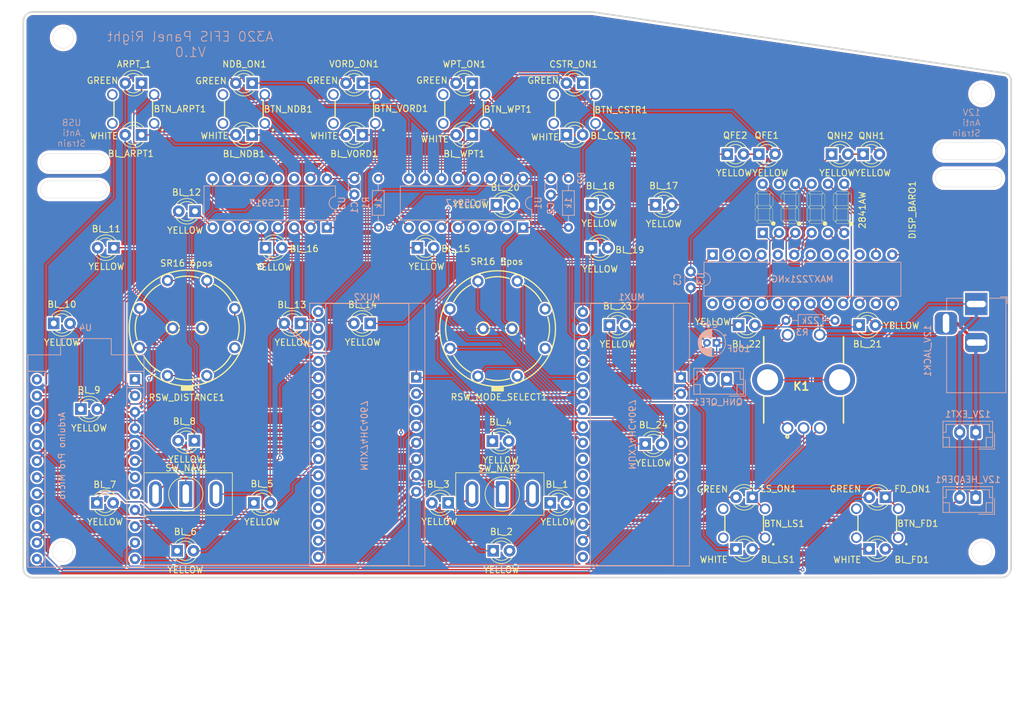
<source format=kicad_pcb>
(kicad_pcb (version 20240108) (generator "pcbnew") (generator_version "8.0")
  (title_block (title "A320 EFIS Panel Right") (date "2024-11-18") (rev "V1.0") (company "S.K."))
  (layers (0 "F.Cu" jumper) (31 "B.Cu" jumper) (34 "B.Paste" user) (35 "F.Paste" user) (36 "B.SilkS" user "B.Silkscreen") (37 "F.SilkS" user "F.Silkscreen") (38 "B.Mask" user) (39 "F.Mask" user) (44 "Edge.Cuts" user))
  (net 0 "")
  (net 1 "12V_IN")
  (net 2 "GND")
  (net 3 "BACKLIGHT_1")
  (net 4 "BACKLIGHT_2")
  (net 5 "+5V")
  (net 6 "ARPT_ON")
  (net 7 "Net-(BL_1-K)")
  (net 8 "Net-(BL_2-K)")
  (net 9 "Net-(BL_3-K)")
  (net 10 "Net-(BL_5-K)")
  (net 11 "Net-(BL_6-K)")
  (net 12 "Net-(BL_7-K)")
  (net 13 "Net-(BL_10-A)")
  (net 14 "Net-(BL_10-K)")
  (net 15 "Net-(BL_11-K)")
  (net 16 "BACKLIGHT_3")
  (net 17 "Net-(BL_13-K)")
  (net 18 "Net-(BL_14-K)")
  (net 19 "Net-(BL_15-K)")
  (net 20 "BACKLIGHT_4")
  (net 21 "Net-(BL_17-K)")
  (net 22 "Net-(BL_18-K)")
  (net 23 "Net-(BL_19-K)")
  (net 24 "BACKLIGHT_5")
  (net 25 "Net-(BL_21-K)")
  (net 26 "Net-(BL_22-K)")
  (net 27 "Net-(BL_23-K)")
  (net 28 "BACKLIGHT_6")
  (net 29 "BACKLIGHT_8")
  (net 30 "Net-(BL_FD1-K)")
  (net 31 "BACKLIGHT_7")
  (net 34 "BTN_ARPT")
  (net 37 "BTN_FD")
  (net 38 "BTN_LS")
  (net 43 "BTN_NDB")
  (net 46 "BTN_VORD")
  (net 49 "BTN_WPT")
  (net 50 "FD_ON")
  (net 51 "LS_ON")
  (net 52 "BARO_D0")
  (net 53 "BARO_D3")
  (net 54 "BARO_S_D")
  (net 55 "BARO_S_C")
  (net 56 "BARO_S_A")
  (net 57 "BARO_D2")
  (net 58 "BARO_S_B")
  (net 59 "BARO_S_G")
  (net 60 "BARO_S_E")
  (net 61 "BARO_S_DP")
  (net 62 "BARO_S_F")
  (net 63 "BARO_D1")
  (net 64 "MUX_S3")
  (net 65 "MUX_S2")
  (net 66 "MUX_S1")
  (net 67 "MUX_S0")
  (net 68 "BTN_BARO")
  (net 70 "RSW_ARC")
  (net 71 "RSW_VOR")
  (net 72 "RSW_NAV")
  (net 73 "RSW_PLAN")
  (net 74 "SW_NAV1_VOR")
  (net 75 "MUX1_DATA")
  (net 76 "RSW_LS")
  (net 77 "SW_NAV2_ADF")
  (net 78 "RSW_DIST_40")
  (net 79 "RSW_DIST_10")
  (net 80 "RSW_DIST_80")
  (net 81 "SW_NAV1_ADF")
  (net 82 "SW_NAV2_VOR")
  (net 83 "RSW_DIST_320")
  (net 85 "MUX2_DATA")
  (net 86 "RSW_DIST_20")
  (net 87 "RSW_DIST_160")
  (net 88 "NDB_ON")
  (net 89 "Net-(QFE1-K)")
  (net 90 "LED_QFE")
  (net 91 "Net-(QNH1-K)")
  (net 92 "LED_QNH")
  (net 93 "Net-(U1-R-EXT)")
  (net 94 "OSH_CLOCK")
  (net 95 "OUT_BRT_LED")
  (net 96 "OSH_DOUT1")
  (net 97 "VORD_ON")
  (net 98 "OSH_DIN")
  (net 99 "OSH_LATCH")
  (net 100 "WPT_ON")
  (net 101 "ENC_BARO_DEC")
  (net 102 "ENC_BARO_INC")
  (net 103 "OUT_BRT_BACK")
  (net 104 "DISP_LATCH")
  (net 105 "DISP_DIN")
  (net 106 "DISP_CLOCK")
  (net 108 "BTN_CSTR")
  (net 110 "CSTR_ON")
  (net 111 "Net-(U2-R-EXT)")
  (net 112 "Net-(U3-ISET)")
  (net 121 "Net-(BL_CSTR1-A)")
  (net 126 "SW_QNH")
  (net 127 "Net-(BL_ARPT1-K)")
  (net 128 "Net-(BL_NDB1-K)")
  (net 129 "Net-(BL_VORD1-K)")
  (net 131 "unconnected-(K1-PadMP)_1")
  (footprint "LED_THT:LED_D3.0mm" (layer "F.Cu") (at 153.265 76.31)
    (property "Reference" "BL_17")
    (property "Value" "YELLOW")
  )
  (footprint "LED_THT:LED_D3.0mm" (layer "F.Cu") (at 98.085 94.76 180)
    (property "Reference" "BL_13")
    (property "Value" "YELLOW")
  )
  (footprint "LED_THT:LED_D3.0mm" (layer "F.Cu") (at 81.585 113 180)
    (property "Reference" "BL_8")
    (property "Value" "YELLOW")
  )
  (footprint "My:B3F1000" (layer "F.Cu") (at 187.7326 125.8321)
    (property "Reference" "BTN_FD1")
    (property "Value" "B3F-1055" (hide yes))
  )
  (footprint "LED_THT:LED_D3.0mm" (layer "F.Cu") (at 169.31 68.43)
    (property "Reference" "QFE1")
    (property "Value" "YELLOW")
  )
  (footprint "My:B3F1000" (layer "F.Cu") (at 106.45 61.4)
    (property "Reference" "BTN_VORD1")
    (property "Value" "B3F-1055" (hide yes))
  )
  (footprint "LED_THT:LED_D3.0mm" (layer "F.Cu") (at 168.315 121.81 180)
    (property "Reference" "LS_ON1")
    (property "Value" "GREEN")
  )
  (footprint "LED_THT:LED_D3.0mm" (layer "F.Cu") (at 136.9 122.68)
    (property "Reference" "BL_1")
    (property "Value" "YELLOW")
  )
  (footprint "LED_THT:LED_D3.0mm" (layer "F.Cu") (at 81.68 77.31 180)
    (property "Reference" "BL_12")
    (property "Value" "YELLOW")
  )
  (footprint "My:SR16-AB" (layer "F.Cu") (at 80.46 95.48)
    (property "Reference" "RSW_DISTANCE1")
    (property "Value" "SR16 6pos")
  )
  (footprint "SimPanel:T80-Z1" (layer "F.Cu") (at 84.94 121.3 -90)
    (property "Reference" "SW_NAV1")
    (property "Value" "SW_SPDT[ON-OFF]" (hide yes))
  )
  (footprint "LED_THT:LED_D3.0mm" (layer "F.Cu") (at 107.695 65.43 180)
    (property "Reference" "BL_VORD1")
    (property "Value" "WHITE")
  )
  (footprint "LED_THT:LED_D3.0mm" (layer "F.Cu") (at 166.17 95.03)
    (property "Reference" "BL_22")
    (property "Value" "YELLOW")
  )
  (footprint "LED_THT:LED_D3.0mm" (layer "F.Cu") (at 59.71 94.76)
    (property "Reference" "BL_10")
    (property "Value" "YELLOW")
  )
  (footprint "LED_THT:LED_D3.0mm" (layer "F.Cu") (at 90.56 57.39 180)
    (property "Reference" "NDB_ON1")
    (property "Value" "GREEN")
  )
  (footprint "LED_THT:LED_D3.0mm" (layer "F.Cu") (at 165.765 129.84)
    (property "Reference" "BL_LS1")
    (property "Value" "WHITE")
  )
  (footprint "LED_THT:LED_D3.0mm" (layer "F.Cu") (at 189.01 121.81 180)
    (property "Reference" "FD_ON1")
    (property "Value" "GREEN")
  )
  (footprint "My:B3F1000" (layer "F.Cu") (at 167.0426 125.8521)
    (property "Reference" "BTN_LS1")
    (property "Value" "B3F-1055" (hide yes))
  )
  (footprint "LED_THT:LED_D3.0mm" (layer "F.Cu") (at 143.32 76.31)
    (property "Reference" "BL_18")
    (property "Value" "YELLOW")
  )
  (footprint "LED_THT:LED_D3.0mm" (layer "F.Cu") (at 73.365 57.39 180)
    (property "Reference" "ARPT_1")
    (property "Value" "GREEN")
  )
  (footprint "My:SR16-AB" (layer "F.Cu") (at 128.71 95.57)
    (property "Reference" "RSW_MODE_SELECT1")
    (property "Value" "SR16 5pos")
  )
  (footprint "LED_THT:LED_D3.0mm" (layer "F.Cu") (at 78.9 130.13)
    (property "Reference" "BL_6")
    (property "Value" "YELLOW")
  )
  (footprint "LED_THT:LED_D3.0mm" (layer "F.Cu") (at 184.9 95.03)
    (property "Reference" "BL_21")
    (property "Value" "YELLOW")
  )
  (footprint "My:B3F1000" (layer "F.Cu") (at 89.27 61.4)
    (property "Reference" "BTN_NDB1")
    (property "Value" "B3F-1055" (hide yes))
  )
  (footprint "LED_THT:LED_D3.0mm" (layer "F.Cu") (at 108.915 94.76 180)
    (property "Reference" "BL_14")
    (property "Value" "YELLOW")
  )
  (footprint "My:2841AW" (layer "F.Cu") (at 176.1981 76.8573)
    (property "Reference" "DISP_BARO1")
    (property "Value" "2841AW")
  )
  (footprint "LED_THT:LED_D3.0mm" (layer "F.Cu") (at 127.9 113.07)
    (property "Reference" "BL_4")
    (property "Value" "YELLOW")
  )
  (footprint "LED_THT:LED_D3.0mm" (layer "F.Cu") (at 146.085 95.03)
    (property "Reference" "BL_23")
    (property "Value" "YELLOW")
  )
  (footprint "LED_THT:LED_D3.0mm" (layer "F.Cu") (at 141.95 57.39 180)
    (property "Reference" "CSTR_ON1")
    (property "Value" "GREEN")
  )
  (footprint "My:B3F1000" (layer "F.Cu") (at 140.69 61.4)
    (property "Reference" "BTN_CSTR1")
    (property "Value" "B3F-1055" (hide yes))
  )
  (footprint "LED_THT:LED_D3.0mm" (layer "F.Cu") (at 92.635 82.99)
    (property "Reference" "BL_16")
    (property "Value" "YELLOW")
  )
  (footprint "LED_THT:LED_D3.0mm" (layer "F.Cu") (at 124.79 65.43 180)
    (property "Reference" "BL_WPT1")
    (property "Value" "WHITE")
  )
  (footprint "My:B3F1000" (layer "F.Cu") (at 123.51 61.4)
    (property "Reference" "BTN_WPT1")
    (property "Value" "B3F-1055" (hide yes))
  )
  (footprint "LED_THT:LED_D3.0mm" (layer "F.Cu") (at 63.93 108.08)
    (property "Reference" "BL_9")
    (property "Value" "YELLOW")
  )
  (footprint "LED_THT:LED_D3.0mm" (layer "F.Cu") (at 139.4 65.43)
    (property "Reference" "BL_CSTR1")
    (property "Value" "WHITE")
  )
  (footprint "LED_THT:LED_D3.0mm" (layer "F.Cu") (at 107.695 57.39 180)
    (property "Reference" "VORD_ON1")
    (property "Value" "GREEN")
  )
  (footprint "LED_THT:LED_D3.0mm" (layer "F.Cu") (at 180.63 68.43)
    (property "Reference" "QNH2")
    (property "Value" "YELLOW")
  )
  (footprint "LED_THT:LED_D3.0mm" (layer "F.Cu") (at 116.245 82.99)
    (property "Reference" "BL_15")
    (property "Value" "YELLOW")
  )
  (footprint "LED_THT:LED_D3.0mm" (layer "F.Cu") (at 128.535 76.32)
    (property "Reference" "BL_20")
    (property "Value" "YELLOW")
  )
  (footprint "LED_THT:LED_D3.0mm" (layer "F.Cu") (at 124.79 57.39 180)
    (property "Reference" "WPT_ON1")
    (property "Value" "GREEN")
  )
  (footprint "LED_THT:LED_D3.0mm" (layer "F.Cu") (at 185.53 68.43)
    (property "Reference" "QNH1")
    (property "Value" "YELLOW")
  )
  (footprint "LED_THT:LED_D3.0mm" (layer "F.Cu") (at 121.035 122.68 180)
    (property "Reference" "BL_3")
    (property "Value" "YELLOW")
  )
  (footprint "LED_THT:LED_D3.0mm" (layer "F.Cu") (at 151.66 113.52)
    (property "Reference" "BL_24")
    (property "Value" "YELLOW")
  )
  (footprint "LED_THT:LED_D3.0mm" (layer "F.Cu") (at 164.41 68.43)
    (property "Reference" "QFE2")
    (property "Value" "YELLOW")
  )
  (footprint "LED_THT:LED_D3.0mm" (layer "F.Cu") (at 73.365 65.43 180)
    (property "Reference" "BL_ARPT1")
    (property "Value" "WHITE")
  )
  (footprint "SimPanel:T80-Z1" (layer "F.Cu") (at 124.74 121.3 90)
    (property "Reference" "SW_NAV2")
    (property "Value" "SW_SPDT[ON-OFF]" (hide yes))
  )
  (footprint "LED_THT:LED_D3.0mm" (layer "F.Cu") (at 186.46 129.84)
    (property "Reference" "BL_FD1")
    (property "Value" "WHITE")
  )
  (footprint "LED_THT:LED_D3.0mm" (layer "F.Cu") (at 69.07 82.98 180)
    (property "Reference" "BL_11")
    (property "Value" "YELLOW")
  )
  (footprint "LED_THT:LED_D3.0mm" (layer "F.Cu") (at 66.41 122.68)
    (property "Reference" "BL_7")
    (property "Value" "YELLOW")
  )
  (footprint "LED_THT:LED_D3.0mm" (layer "F.Cu") (at 90.82 122.68)
    (property "Reference" "BL_5")
    (property "Value" "YELLOW")
  )
  (footprint "My:B3F1000" (layer "F.Cu") (at 72.08 61.4)
    (property "Reference" "BTN_ARPT1")
    (property "Value" "B3F-1055" (hide yes))
  )
  (footprint "LED_THT:LED_D3.0mm" (layer "F.Cu") (at 143.295 82.99)
    (property "Reference" "BL_19")
    (property "Value" "YELLOW")
  )
  (footprint "SamacSys_Parts:PEC12R-4XXXF-SXXXX_1" (layer "F.Cu") (at 176.28 103.53)
    (property "Reference" "K1")
    (property "Value" "PEC11R-4015F-S0024" (hide yes))
  )
  (footprint "LED_THT:LED_D3.0mm" (layer "F.Cu") (at 90.56 65.43 180)
    (property "Reference" "BL_NDB1")
    (property "Value" "WHITE")
  )
  (footprint "LED_THT:LED_D3.0mm" (layer "F.Cu") (at 128.03 130.13)
    (property "Reference" "BL_2")
    (property "Value" "YELLOW")
  )
  (footprint "My:MUX74HC4067" (layer "B.Cu") (at 107.9166 112.2278)
    (property "Reference" "MUX2")
    (property "Value" "MUX74HC4067")
  )
  (footprint "Connector_BarrelJack:BarrelJack_Horizontal" (layer "B.Cu") (at 203.12 91.74 90)
    (property "Reference" "12V_JACK1")
    (property "Value" "Power Jack" (hide yes))
  )
  (footprint "Resistor_THT:R_Axial_DIN0204_L3.6mm_D1.6mm_P7.62mm_Horizontal" (layer "B.Cu") (at 110.16 72.2 -90)
    (property "Reference" "R1")
    (property "Value" "1k")
  )
  (footprint "Arduino:Sparkfun_Pro_Micro" (layer "B.Cu") (at 57.1 131.41)
    (property "Reference" "U4")
    (property "Value" "Arduino Pro Micro")
  )
  (footprint "Capacitor_THT:C_Disc_D3.0mm_W1.6mm_P2.50mm" (layer "B.Cu") (at 158.73 86.69 -90)
    (property "Reference" "C3")
    (property "Value" "0.1uF Ceramic" (hide yes))
  )
  (footprint "Capacitor_THT:C_Disc_D3.0mm_W1.6mm_P2.50mm" (layer "B.Cu") (at 106.45 72.22 -90)
    (property "Reference" "C1")
    (property "Value" "0.1uF Ceramic" (hide yes))
  )
  (footprint "Connector_JST:JST_EH_B2B-EH-A_1x02_P2.50mm_Vertical" (layer "B.Cu") (at 203.05 121.85 180)
    (property "Reference" "12V_HEADER1")
    (property "Value" "Pin Header 1x02" (hide yes))
  )
  (footprint "Resistor_THT:R_Axial_DIN0204_L3.6mm_D1.6mm_P7.62mm_Horizontal" (layer "B.Cu") (at 139.72 72.22 -90)
    (property "Reference" "R2")
    (property "Value" "1k")
  )
  (footprint "Package_DIP:DIP-16_W7.62mm" (layer "B.Cu") (at 132.7 79.84 90)
    (property "Reference" "U1")
    (property "Value" "TLC5917")
  )
  (footprint "Resistor_THT:R_Axial_DIN0204_L3.6mm_D1.6mm_P7.62mm_Horizontal" (layer "B.Cu") (at 173.55 94.3)
    (property "Reference" "R3")
    (property "Value" "22k")
  )
  (footprint "Connector_JST:JST_EH_B2B-EH-A_1x02_P2.50mm_Vertical" (layer "B.Cu") (at 164.32 103.45 180)
    (property "Reference" "QNH_QFE1")
    (property "Value" "Pin Header 1x02" (hide yes))
  )
  (footprint "Capacitor_THT:CP_Radial_D4.0mm_P1.50mm" (layer "B.Cu") (at 162.76 97.78 180)
    (property "Reference" "C4")
    (property "Value" "10uF")
  )
  (footprint "Capacitor_THT:C_Disc_D3.0mm_W1.6mm_P2.50mm" (layer "B.Cu") (at 137 72.24 -90)
    (property "Reference" "C2")
    (property "Value" "0.1uF Ceramic" (hide yes))
  )
  (footprint "Package_DIP:DIP-24_W7.62mm" (layer "B.Cu") (at 162.125 84.07 -90)
    (property "Reference" "U3")
    (property "Value" "MAX7221xNG")
  )
  (footprint "Package_DIP:DIP-16_W7.62mm" (layer "B.Cu") (at 102.18 79.84 90)
    (property "Reference" "U2")
    (property "Value" "TLC5917")
  )
  (footprint "My:MUX74HC4067" (layer "B.Cu") (at 149.0566 112.2278)
    (property "Reference" "MUX1")
    (property "Value" "MUX74HC4067")
  )
  (footprint "Connector_JST:JST_EH_B2B-EH-A_1x02_P2.50mm_Vertical" (layer "B.Cu") (at 203.05 111.69 180)
    (property "Reference" "12V_EXT1")
    (property "Value" "Pin Header 1x02" (hide yes))
  )
  (gr_line (start 56.482567 46.29987) (end 143.43 46.3) (stroke (width 0.254)) (layer "Edge.Cuts"))
  (gr_line (start 130.83003 134.30361) (end 56.46 134.30361) (stroke (width 0.254)) (layer "Edge.Cuts"))
  (gr_arc (start 205.7954 70.82002) (mid 207.14032 72.16501) (end 205.7954 73.51) (stroke (width 0.05)) (layer "Edge.Cuts"))
  (gr_circle (center 203.95 59.05) (end 202.35 59.05) (stroke (width 0.05)) (fill none) (layer "Edge.Cuts"))
  (gr_circle (center 61.19 50.34) (end 59.59 50.34) (stroke (width 0.05)) (fill none) (layer "Edge.Cuts"))
  (gr_circle (center 61.09 130.25) (end 59.49 130.25) (stroke (width 0.05)) (fill none) (layer "Edge.Cuts"))
  (gr_line (start 207.082379 134.279226) (end 130.83003 134.30361) (stroke (width 0.254)) (layer "Edge.Cuts"))
  (gr_line (start 66.68 71.02879) (end 59.01316 71.02879) (stroke (width 0.05)) (layer "Edge.Cuts"))
  (gr_line (start 66.68396 68.33881) (end 59.01316 68.33881) (stroke (width 0.05)) (layer "Edge.Cuts"))
  (gr_line (start 198.1346 69.28) (end 205.8054 69.28) (stroke (width 0.05)) (layer "Edge.Cuts"))
  (gr_line (start 143.43 46.3) (end 207.670435 55.841759) (stroke (width 0.254)) (layer "Edge.Cuts"))
  (gr_line (start 208.556352 57.015125) (end 208.537714 132.779297) (stroke (width 0.254)) (layer "Edge.Cuts"))
  (gr_line (start 198.13856 66.59002) (end 205.8054 66.59002) (stroke (width 0.05)) (layer "Edge.Cuts"))
  (gr_arc (start 198.13856 69.27879) (mid 196.79351 67.93382) (end 198.13856 66.58881) (stroke (width 0.05)) (layer "Edge.Cuts"))
  (gr_line (start 198.12856 70.82002) (end 205.7954 70.82002) (stroke (width 0.05)) (layer "Edge.Cuts"))
  (gr_circle (center 203.98 130.31) (end 202.38 130.31) (stroke (width 0.05)) (fill none) (layer "Edge.Cuts"))
  (gr_arc (start 56.46 134.30361) (mid 55.41332 133.874728) (end 54.96853 132.834708) (stroke (width 0.254)) (layer "Edge.Cuts"))
  (gr_arc (start 205.8054 66.59002) (mid 207.15028 67.93502) (end 205.8054 69.28) (stroke (width 0.05)) (layer "Edge.Cuts"))
  (gr_arc (start 59.01316 71.02879) (mid 57.66816 69.68379) (end 59.01316 68.33881) (stroke (width 0.05)) (layer "Edge.Cuts"))
  (gr_line (start 66.64738 72.57002) (end 58.97658 72.57002) (stroke (width 0.05)) (layer "Edge.Cuts"))
  (gr_line (start 54.96853 132.834708) (end 54.97987 47.802567) (stroke (width 0.254)) (layer "Edge.Cuts"))
  (gr_arc (start 66.68 68.34002) (mid 68.02503 69.68499) (end 66.68 71.03) (stroke (width 0.05)) (layer "Edge.Cuts"))
  (gr_arc (start 198.12856 73.50879) (mid 196.78345 72.16381) (end 198.12856 70.81881) (stroke (width 0.05)) (layer "Edge.Cuts"))
  (gr_arc (start 207.670435 55.841759) (mid 208.31 56.28) (end 208.556352 57.015125) (stroke (width 0.254)) (layer "Edge.Cuts"))
  (gr_arc (start 208.537714 132.779297) (mid 208.12 133.83) (end 207.082379 134.279226) (stroke (width 0.254)) (layer "Edge.Cuts"))
  (gr_arc (start 66.64342 72.57123) (mid 67.98848 73.91619) (end 66.64342 75.26121) (stroke (width 0.05)) (layer "Edge.Cuts"))
  (gr_arc (start 58.97658 75.26) (mid 57.63161 73.91499) (end 58.97658 72.57002) (stroke (width 0.05)) (layer "Edge.Cuts"))
  (gr_line (start 66.64342 75.26) (end 58.97658 75.26) (stroke (width 0.05)) (layer "Edge.Cuts"))
  (gr_line (start 198.1246 73.51) (end 205.7954 73.51) (stroke (width 0.05)) (layer "Edge.Cuts"))
  (gr_arc (start 54.97987 47.802567) (mid 55.42 46.74) (end 56.482567 46.29987) (stroke (width 0.254)) (layer "Edge.Cuts"))
  (gr_text "USB\nAnti\nStrain" (at 62.48833 67.33521 0) (layer "B.SilkS") (effects (font (size 1 1) (thickness 0.1)) (justify bottom mirror)))
  (gr_text "12V\nAnti\nStrain" (at 203.84923 65.75621 0) (layer "B.SilkS") (effects (font (size 1 1) (thickness 0.1)) (justify left bottom mirror)))
  (gr_text "${TITLE}\n${REVISION}" (at 80.96 53.45 0) (layer "B.SilkS") (effects (font (size 1.5 1.5) (thickness 0.125)) (justify bottom mirror)))
  (segment (start 192.56 129.84) (end 200.55 121.85) (width 0.2) (layer "F.Cu") (net 1))
  (segment (start 87.0757 86.2907) (end 95.545 94.76) (width 0.2) (layer "F.Cu") (net 1))
  (segment (start 161.0292 120.42) (end 169.58 120.42) (width 0.2) (layer "F.Cu") (net 1))
  (segment (start 183.710037 77.822972) (end 182.197065 76.31) (width 0.2) (layer "F.Cu") (net 1))
  (segment (start 197.6502 124.7498) (end 200.55 121.85) (width 0.2) (layer "F.Cu") (net 1))
  (segment (start 155.805 76.31) (end 147.125 84.99) (width 0.2) (layer "F.Cu") (net 1))
  (segment (start 185.68 93.27) (end 184.6 93.27) (width 0.2) (layer "F.Cu") (net 1))
  (segment (start 182.197065 76.31) (end 155.805 76.31) (width 0.2) (layer "F.Cu") (net 1))
  (segment (start 71.29 99.8504) (end 71.29 91.667058) (width 0.2) (layer "F.Cu") (net 1))
  (segment (start 139.91 122.21) (end 159.2392 122.21) (width 0.2) (layer "F.Cu") (net 1))
  (segment (start 73.8596 109.2004) (end 73.8596 102.42) (width 0.2) (layer "F.Cu") (net 1))
  (segment (start 71.29 91.667058) (end 76.666358 86.2907) (width 0.2) (layer "F.Cu") (net 1))
  (segment (start 125.575686 84.99) (end 111.215686 99.35) (width 0.2) (layer "F.Cu") (net 1))
  (segment (start 76.666358 86.2907) (end 87.0757 86.2907) (width 0.2) (layer "F.Cu") (net 1))
  (segment (start 159.2392 122.21) (end 161.0292 120.42) (width 0.2) (layer "F.Cu") (net 1))
  (segment (start 147.125 84.99) (end 125.575686 84.99) (width 0.2) (layer "F.Cu") (net 1))
  (segment (start 73.8596 102.42) (end 71.29 99.8504) (width 0.2) (layer "F.Cu") (net 1))
  (segment (start 100.135 99.35) (end 95.545 94.76) (width 0.2) (layer "F.Cu") (net 1))
  (segment (start 169.58 120.42) (end 173.9098 124.7498) (width 0.2) (layer "F.Cu") (net 1))
  (segment (start 173.9098 124.7498) (end 197.6502 124.7498) (width 0.2) (layer "F.Cu") (net 1))
  (segment (start 66.47 108.08) (end 68.24 109.85) (width 0.2) (layer "F.Cu") (net 1))
  (segment (start 68.24 109.85) (end 73.21 109.85) (width 0.2) (layer "F.Cu") (net 1))
  (segment (start 111.215686 99.35) (end 100.135 99.35) (width 0.2) (layer "F.Cu") (net 1))
  (segment (start 185.68 93.27) (end 187.44 95.03) (width 0.2) (layer "F.Cu") (net 1))
  (segment (start 73.21 109.85) (end 73.8596 109.2004) (width 0.2) (layer "F.Cu") (net 1))
  (segment (start 189 129.84) (end 192.56 129.84) (width 0.2) (layer "F.Cu") (net 1))
  (segment (start 183.710037 92.380037) (end 183.710037 77.822972) (width 0.2) (layer "F.Cu") (net 1))
  (segment (start 184.6 93.27) (end 183.710037 92.380037) (width 0.2) (layer "F.Cu") (net 1))
  (segment (start 70.825 65.43) (end 70.825 103.725) (width 0.2) (layer "B.Cu") (net 1))
  (segment (start 95.545 94.76) (end 93.36 96.945) (width 0.2) (layer "B.Cu") (net 1))
  (segment (start 203.12 91.74) (end 203.12 93.7917) (width 0.5) (layer "B.Cu") (net 1))
  (segment (start 200.55 111.69) (end 200.55 121.85) (width 0.5) (layer "B.Cu") (net 1))
  (segment (start 93.36 96.945) (end 93.36 122.68) (width 0.2) (layer "B.Cu") (net 1))
  (segment (start 70.825 103.725) (end 66.47 108.08) (width 0.2) (layer "B.Cu") (net 1))
  (segment (start 203.12 93.7917) (end 200.55 96.3617) (width 0.5) (layer "B.Cu") (net 1))
  (segment (start 192.47 95.03) (end 195.76 91.74) (width 0.2) (layer "B.Cu") (net 1))
  (segment (start 200.55 96.3617) (end 200.55 111.69) (width 0.5) (layer "B.Cu") (net 1))
  (segment (start 187.44 95.03) (end 192.47 95.03) (width 0.2) (layer "B.Cu") (net 1))
  (segment (start 195.76 91.74) (end 203.12 91.74) (width 0.2) (layer "B.Cu") (net 1))
  (segment (start 116.07 103.16) (end 116.07 99.8) (width 0.2) (layer "F.Cu") (net 2))
  (segment (start 189.2105 121.81) (end 190.9826 123.5821) (width 0.2) (layer "F.Cu") (net 2))
  (segment (start 182.445 89.715686) (end 182.445 84.07) (width 0.2) (layer "F.Cu") (net 2))
  (segment (start 75.33 59.15) (end 76.57 60.39) (width 0.2) (layer "F.Cu") (net 2))
  (segment (start 201.17 119.97) (end 203.05 121.85) (width 0.2) (layer "F.Cu") (net 2))
  (segment (start 143.94 59.15) (end 140.7217 62.3683) (width 0.2) (layer "F.Cu") (net 2))
  (segment (start 68.6983 106.01) (end 71.2383 108.55) (width 0.2) (layer "F.Cu") (net 2))
  (segment (start 138.94 74.74) (end 137 74.74) (width 0.2) (layer "F.Cu") (net 2))
  (segment (start 110.8267 60.2767) (end 109.7 59.15) (width 0.2) (layer "F.Cu") (net 2))
  (segment (start 132.7 79.84) (end 139.72 79.84) (width 0.2) (layer "F.Cu") (net 2))
  (segment (start 164.625 89.19) (end 169.745 84.07) (width 0.2) (layer "F.Cu") (net 2))
  (segment (start 140.7217 72.9583) (end 138.94 74.74) (width 0.2) (layer "F.Cu") (net 2))
  (segment (start 128.09 60.48) (end 142.61 60.48) (width 0.2) (layer "F.Cu") (net 2))
  (segment (start 163.28 104.96) (end 159.01 104.96) (width 0.2) (layer "F.Cu") (net 2))
  (segment (start 200.12 94.74) (end 198.42 94.74) (width 0.5) (layer "F.Cu") (net 2))
  (segment (start 93.6467 60.2767) (end 108.5733 60.2767) (width 0.2) (layer "F.Cu") (net 2))
  (segment (start 158.73 89.19) (end 164.625 89.19) (width 0.2) (layer "F.Cu") (net 2))
  (segment (start 72.34 108.55) (end 71.2383 108.55) (width 0.2) (layer "F.Cu") (net 2))
  (segment (start 159.01 104.96) (end 157.21 103.16) (width 0.2) (layer "F.Cu") (net 2))
  (segment (start 116.07 99.8) (end 120.3 95.57) (width 0.2) (layer "F.Cu") (net 2))
  (segment (start 140.7217 62.3683) (end 140.7217 72.9583) (width 0.2) (layer "F.Cu") (net 2))
  (segment (start 169.93475 123.42975) (end 168.315 121.81) (width 0.2) (layer "F.Cu") (net 2))
  (segment (start 164.32 103.92) (end 163.28 104.96) (width 0.2) (layer "F.Cu") (net 2))
  (segment (start 157.21 103.16) (end 155.99 101.94) (width 0.2) (layer "F.Cu") (net 2))
  (segment (start 126.76 59.15) (end 128.09 60.48) (width 0.2) (layer "F.Cu") (net 2))
  (segment (start 178.78 94.82) (end 181.200343 92.399657) (width 0.2) (layer "F.Cu") (net 2))
  (segment (start 125.6333 60.2767) (end 110.8267 60.2767) (width 0.2) (layer "F.Cu") (net 2))
  (segment (start 155.99 101.94) (end 137.33 101.94) (width 0.2) (layer "F.Cu") (net 2))
  (segment (start 92.52 59.15) (end 93.6467 60.2767) (width 0.2) (layer "F.Cu") (net 2))
  (segment (start 190.85 119.97) (end 201.17 119.97) (width 0.2) (layer "F.Cu") (net 2))
  (segment (start 57.1 106.01) (end 68.6983 106.01) (width 0.2) (layer "F.Cu") (net 2))
  (segment (start 181.200343 92.399657) (end 181.200343 90.960343) (width 0.2) (layer "F.Cu") (net 2))
  (segment (start 126.76 59.15) (end 125.6333 60.2767) (width 0.2) (layer "F.Cu") (net 2))
  (segment (start 108.5733 60.2767) (end 109.7 59.15) (width 0.2) (layer "F.Cu") (net 2))
  (segment (start 137.33 101.94) (end 130.96 95.57) (width 0.2) (layer "F.Cu") (net 2))
  (segment (start 102.18 79.84) (end 110.14 79.84) (width 0.2) (layer "F.Cu") (net 2))
  (segment (start 120.3 95.57) (end 126.46 95.57) (width 0.2) (layer "F.Cu") (net 2))
  (segment (start 91.28 60.39) (end 92.52 59.15) (width 0.2) (layer "F.Cu") (net 2))
  (segment (start 126.46 95.57) (end 130.96 95.57) (width 0.2) (layer "F.Cu") (net 2))
  (segment (start 181.200343 90.960343) (end 182.445 89.715686) (width 0.2) (layer "F.Cu") (net 2))
  (segment (start 189.01 121.81) (end 190.85 119.97) (width 0.2) (layer "F.Cu") (net 2))
  (segment (start 142.61 60.48) (end 143.94 59.15) (width 0.2) (layer "F.Cu") (net 2))
  (segment (start 178.78 96.53) (end 178.78 94.82) (width 0.2) (layer "F.Cu") (net 2))
  (segment (start 203.12 97.74) (end 200.12 94.74) (width 0.5) (layer "F.Cu") (net 2))
  (segment (start 76.57 60.39) (end 91.28 60.39) (width 0.2) (layer "F.Cu") (net 2))
  (segment (start 82.71 95.48) (end 78.21 95.48) (width 0.2) (layer "F.Cu") (net 2))
  (segment (start 116.07 103.16) (end 121.684314 103.16) (width 0.2) (layer "B.Cu") (net 2))
  (segment (start 196.63 96.53) (end 198.42 94.74) (width 0.2) (layer "B.Cu") (net 2))
  (segment (start 169.895 120.23) (end 187.43 120.23) (width 0.2) (layer "B.Cu") (net 2))
  (segment (start 72.34 108.55) (end 72.34 111.09) (width 0.2) (layer "B.Cu") (net 2))
  (segment (start 168.315 121.81) (end 168.315 107.445) (width 0.2) (layer "B.Cu") (net 2))
  (segment (start 121.684314 103.16) (end 126.35 107.825686) (width 0.2) (layer "B.Cu") (net 2))
  (segment (start 126.35 118.21) (end 129.44 121.3) (width 0.2) (layer "B.Cu") (net 2))
  (segment (start 72.34 108.55) (end 73.4417 108.55) (width 0.2) (layer "B.Cu") (net 2))
  (segment (start 157.21 103.16) (end 157.21 102.0583) (width 0.2) (layer "B.Cu") (net 2))
  (segment (start 176.28 111.03) (end 176.28 113.845) (width 0.2) (layer "B.Cu") (net 2))
  (segment (start 78.21 95.48) (end 72.1507 89.4207) (width 0.2) (layer "B.Cu") (net 2))
  (segment (start 92.52 60.79) (end 92.52 59.15) (width 0.2) (layer "B.Cu") (net 2))
  (segment (start 75.1746 98.5154) (end 78.21 95.48) (width 0.2) (layer "B.Cu") (net 2))
  (segment (start 106.45 74.72) (end 102.18 78.99) (width 0.2) (layer "B.Cu") (net 2))
  (segment (start 203.05 121.85) (end 203.05 111.69) (width 0.5) (layer "B.Cu") (net 2))
  (segment (start 176.28 113.845) (end 168.315 121.81) (width 0.2) (layer "B.Cu") (net 2))
  (segment (start 80.24 121.3) (end 80.24 118.99) (width 0.2) (layer "B.Cu") (net 2))
  (segment (start 73.4417 108.55) (end 75.1746 106.8171) (width 0.2) (layer "B.Cu") (net 2))
  (segment (start 80.24 118.99) (end 72.34 111.09) (width 0.2) (layer "B.Cu") (net 2))
  (segment (start 126.35 107.825686) (end 126.35 118.21) (width 0.2) (layer "B.Cu") (net 2))
  (segment (start 106.45 74.72) (end 92.52 60.79) (width 0.2) (layer "B.Cu") (net 2))
  (segment (start 137 74.74) (end 137 77.12) (width 0.2) (layer "B.Cu") (net 2))
  (segment (start 161.26 98.0083) (end 157.21 102.0583) (width 0.2) (layer "B.Cu") (net 2))
  (segment (start 75.1746 106.8171) (end 75.1746 98.5154) (width 0.2) (layer "B.Cu") (net 2))
  (segment (start 102.18 78.99) (end 102.18 79.84) (width 0.2) (layer "B.Cu") (net 2))
  (segment (start 130.96 95.57) (end 129.63 94.24) (width 0.2) (layer "B.Cu") (net 2))
  (segment (start 158.73 95.25) (end 161.26 97.78) (width 0.2) (layer "B.Cu") (net 2))
  (segment (start 187.43 120.23) (end 189.01 121.81) (width 0.2) (layer "B.Cu") (net 2))
  (segment (start 168.315 121.81) (end 169.895 120.23) (width 0.2) (layer "B.Cu") (net 2))
  (segment (start 72.1507 89.4207) (end 72.1507 62.3293) (width 0.2) (layer "B.Cu") (net 2))
  (segment (start 75.33 59.15) (end 72.1507 62.3293) (width 0.2) (layer "B.Cu") (net 2))
  (segment (start 178.78 96.53) (end 196.63 96.53) (width 0.2) (layer "B.Cu") (net 2))
  (segment (start 129.63 94.24) (end 129.63 82.91) (width 0.2) (layer "B.Cu") (net 2))
  (segment (start 137 77.12) (end 139.72 79.84) (width 0.2) (layer "B.Cu") (net 2))
  (segment (start 158.73 89.19) (end 158.73 95.25) (width 0.2) (layer "B.Cu") (net 2))
  (segment (start 203.05 111.69) (end 203.05 97.81) (width 0.5) (layer "B.Cu") (net 2))
  (segment (start 129.63 82.91) (end 132.7 79.84) (width 0.2) (layer "B.Cu") (net 2))
  (segment (start 168.315 107.445) (end 164.32 103.45) (width 0.2) (layer "B.Cu") (net 2))
  (segment (start 86.94 72.22) (end 91.85 77.13) (width 0.2) (layer "F.Cu") (net 3))
  (segment (start 91.85 77.13) (end 120.81 77.13) (width 0.2) (layer "F.Cu") (net 3))
  (segment (start 120.81 77.13) (end 121.08 76.86) (width 0.2) (layer "F.Cu") (net 3))
  (via (at 121.08 76.86) (size 0.6) (drill 0.3) (layers "F.Cu" "B.Cu") (net 3))
  (segment (start 127.9 113.07) (end 127.9 108.81) (width 0.2) (layer "B.Cu") (net 3))
  (segment (start 119.38 100.29) (end 119.38 90.809514) (width 0.2) (layer "B.Cu") (net 3))
  (segment (start 121.1 76.88) (end 121.08 76.86) (width 0.2) (layer "B.Cu") (net 3))
  (segment (start 121.1 89.089514) (end 121.1 76.88) (width 0.2) (layer "B.Cu") (net 3))
  (segment (start 127.9 108.81) (end 119.38 100.29) (width 0.2) (layer "B.Cu") (net 3))
  (segment (start 119.38 90.809514) (end 121.1 89.089514) (width 0.2) (layer "B.Cu") (net 3))
  (segment (start 80.78 97.62) (end 81.585 98.425) (width 0.2) (layer "B.Cu") (net 4))
  (segment (start 80.78 80.61) (end 80.78 97.62) (width 0.2) (layer "B.Cu") (net 4))
  (segment (start 84.4 72.22) (end 84.4 76.99) (width 0.2) (layer "B.Cu") (net 4))
  (segment (start 84.4 76.99) (end 80.78 80.61) (width 0.2) (layer "B.Cu") (net 4))
  (segment (start 81.585 98.425) (end 81.585 113) (width 0.2) (layer "B.Cu") (net 4))
  (segment (start 154.9971 104.5888) (end 140.43 104.5888) (width 0.2) (layer "F.Cu") (net 5))
  (segment (start 72.135 56.08) (end 86.71 56.08) (width 0.2) (layer "F.Cu") (net 5))
  (segment (start 123.58 56.06) (end 138.08 56.06) (width 0.2) (layer "F.Cu") (net 5))
  (segment (start 70.825 57.39) (end 72.135 56.08) (width 0.2) (layer "F.Cu") (net 5))
  (segment (start 88.02 57.39) (end 89.35 56.06) (width 0.2) (layer "F.Cu") (net 5))
  (segment (start 173.55 94.3) (end 174.825 93.025) (width 0.2) (layer "F.Cu") (net 5))
  (segment (start 116.07 105.7) (end 139.3188 105.7) (width 0.2) (layer "F.Cu") (net 5))
  (segment (start 138.08 56.06) (end 139.41 57.39) (width 0.2) (layer "F.Cu") (net 5))
  (segment (start 105.155 57.39) (end 106.505 56.04) (width 0.2) (layer "F.Cu") (net 5))
  (segment (start 102.18 72.22) (end 106.45 72.22) (width 0.2) (layer "F.Cu") (net 5))
  (segment (start 130.73 70.25) (end 132.7 72.22) (width 0.2) (layer "F.Cu") (net 5))
  (segment (start 173.63 66.65) (end 186.29 66.65) (width 0.2) (layer "F.Cu") (net 5))
  (segment (start 132.7 72.22) (end 136.98 72.22) (width 0.2) (layer "F.Cu") (net 5))
  (segment (start 108.42 70.25) (end 130.73 70.25) (width 0.2) (layer "F.Cu") (net 5))
  (segment (start 162.76 97.78) (end 170.07 97.78) (width 0.2) (layer "F.Cu") (net 5))
  (segment (start 171.85 68.43) (end 173.63 66.65) (width 0.2) (layer "F.Cu") (net 5))
  (segment (start 106.45 72.22) (end 108.42 70.25) (width 0.2) (layer "F.Cu") (net 5))
  (segment (start 170.07 97.78) (end 173.55 94.3) (width 0.2) (layer "F.Cu") (net 5))
  (segment (start 139.3188 105.7) (end 140.43 104.5888) (width 0.2) (layer "F.Cu") (net 5))
  (segment (start 156.1083 105.7) (end 154.9971 104.5888) (width 0.2) (layer "F.Cu") (net 5))
  (segment (start 157.21 105.7) (end 156.1083 105.7) (width 0.2) (layer "F.Cu") (net 5))
  (segment (start 89.35 56.06) (end 103.825 56.06) (width 0.2) (layer "F.Cu") (net 5))
  (segment (start 122.25 57.39) (end 123.58 56.06) (width 0.2) (layer "F.Cu") (net 5))
  (segment (start 174.825 93.025) (end 174.825 91.69) (width 0.2) (layer "F.Cu") (net 5))
  (segment (start 120.9 56.04) (end 122.25 57.39) (width 0.2) (layer "F.Cu") (net 5))
  (segment (start 186.29 66.65) (end 188.07 68.43) (width 0.2) (layer "F.Cu") (net 5))
  (segment (start 103.825 56.06) (end 105.155 57.39) (width 0.2) (layer "F.Cu") (net 5))
  (segment (start 86.71 56.08) (end 88.02 57.39) (width 0.2) (layer "F.Cu") (net 5))
  (segment (start 106.505 56.04) (end 120.9 56.04) (width 0.2) (layer "F.Cu") (net 5))
  (segment (start 158.73 81.55) (end 158.73 86.69) (width 0.2) (layer "B.Cu") (net 5))
  (segment (start 143.76 61.74) (end 139.41 57.39) (width 0.2) (layer "B.Cu") (net 5))
  (segment (start 160.1298 88.0898) (end 158.73 86.69) (width 0.2) (layer "B.Cu") (net 5))
  (segment (start 70.825 57.39) (end 70.825 63.5245) (width 0.2) (layer "B.Cu") (net 5))
  (segment (start 165.16 61.74) (end 143.76 61.74) (width 0.2) (layer "B.Cu") (net 5))
  (segment (start 162.76 97.78) (end 162.76 100.15) (width 0.2) (layer "B.Cu") (net 5))
  (segment (start 160.1298 94.2481) (end 160.1298 88.0898) (width 0.2) (layer "B.Cu") (net 5))
  (segment (start 70.825 63.5245) (end 69.0237 65.3258) (width 0.2) (layer "B.Cu") (net 5))
  (segment (start 171.85 68.43) (end 158.73 81.55) (width 0.2) (layer "B.Cu") (net 5))
  (segment (start 162.76 97.78) (end 162.76 96.8783) (width 0.2) (layer "B.Cu") (net 5))
  (segment (start 69.0237 65.3258) (end 69.0237 75.1275) (width 0.2) (layer "B.Cu") (net 5))
  (segment (start 102.18 71.55) (end 88.02 57.39) (width 0.2) (layer "B.Cu") (net 5))
  (segment (start 58.51 85.6412) (end 58.51 109.68) (width 0.2) (layer "B.Cu") (net 5))
  (segment (start 162.76 100.15) (end 157.21 105.7) (width 0.2) (layer "B.Cu") (net 5))
  (segment (start 69.0237 75.1275) (end 58.51 85.6412) (width 0.2) (layer "B.Cu") (net 5))
  (segment (start 162.76 96.8783) (end 160.1298 94.2481) (width 0.2) (layer "B.Cu") (net 5))
  (segment (start 171.85 68.43) (end 165.16 61.74) (width 0.2) (layer "B.Cu") (net 5))
  (segment (start 58.51 109.68) (end 57.1 111.09) (width 0.2) (layer "B.Cu") (net 5))
  (segment (start 114.92 79.84) (end 113.01 77.93) (width 0.2) (layer "F.Cu") (net 6))
  (segment (start 88.7373 81.0473) (end 88.25 80.56) (width 0.2) (layer "F.Cu") (net 6))
  (segment (start 91.955686 77.93) (end 90.732843 79.152843) (width 0.2) (layer "F.Cu") (net 6))
  (segment (start 90.74 80.4273) (end 90.12 81.0473) (width 0.2) (layer "F.Cu") (net 6))
  (segment (start 90.74 79.16) (end 90.74 80.4273) (width 0.2) (layer "F.Cu") (net 6))
  (segment (start 77.3126 68.3326) (end 73.9992 68.3326) (width 0.2) (layer "F.Cu") (net 6))
  (segment (start 90.12 81.0473) (end 88.7373 81.0473) (width 0.2) (layer "F.Cu") (net 6))
  (segment (start 72.1633 66.4967) (end 72.1633 59.7934) (width 0.2) (layer "F.Cu") (net 6))
  (segment (start 88.25 80.56) (end 88.25 79.27) (width 0.2) (layer "F.Cu") (net 6))
  (segment (start 90.732843 79.152843) (end 90.74 79.16) (width 0.2) (layer "F.Cu") (net 6))
  (segment (start 88.25 79.27) (end 77.3126 68.3326) (width 0.2) (layer "F.Cu") (net 6))
  (segment (start 73.365 58.5917) (end 73.365 57.39) (width 0.2) (layer "F.Cu") (net 6))
  (segment (start 113.01 77.93) (end 91.955686 77.93) (width 0.2) (layer "F.Cu") (net 6))
  (segment (start 73.9992 68.3326) (end 72.1633 66.4967) (width 0.2) (layer "F.Cu") (net 6))
  (segment (start 72.1633 59.7934) (end 73.365 58.5917) (width 0.2) (layer "F.Cu") (net 6))
  (segment (start 136.9 122.68) (end 136.9 123.8) (width 0.2) (layer "B.Cu") (net 7))
  (segment (start 136.9 123.8) (end 130.57 130.13) (width 0.2) (layer "B.Cu") (net 7))
  (segment (start 128.03 130.13) (end 125.945 130.13) (width 0.2) (layer "B.Cu") (net 8))
  (segment (start 125.945 130.13) (end 118.495 122.68) (width 0.2) (layer "B.Cu") (net 8))
  (segment (start 130.44 113.07) (end 131.12 113.75) (width 0.2) (layer "B.Cu") (net 9))
  (segment (start 122.625 124.27) (end 121.035 122.68) (width 0.2) (layer "B.Cu") (net 9))
  (segment (start 131.12 123.51) (end 130.36 124.27) (width 0.2) (layer "B.Cu") (net 9))
  (segment (start 131.12 113.75) (end 131.12 123.51) (width 0.2) (layer "B.Cu") (net 9))
  (segment (start 130.36 124.27) (end 122.625 124.27) (width 0.2) (layer "B.Cu") (net 9))
  (segment (start 83.37 130.13) (end 90.82 122.68) (width 0.2) (layer "B.Cu") (net 10))
  (segment (start 81.44 130.13) (end 83.37 130.13) (width 0.2) (layer "B.Cu") (net 10))
  (segment (start 73.83 125.06) (end 78.9 130.13) (width 0.2) (layer "B.Cu") (net 11))
  (segment (start 71.33 125.06) (end 73.83 125.06) (width 0.2) (layer "B.Cu") (net 11))
  (segment (start 68.95 122.68) (end 71.33 125.06) (width 0.2) (layer "B.Cu") (net 11))
  (segment (start 81.5519 115.5069) (end 79.045 113) (width 0.2) (layer "B.Cu") (net 12))
  (segment (start 67.1 121.18) (end 69.5317 121.18) (width 0.2) (layer "B.Cu") (net 12))
  (segment (start 81.3267 123.6303) (end 81.5519 123.4051) (width 0.2) (layer "B.Cu") (net 12))
  (segment (start 81.5519 123.4051) (end 81.5519 115.5069) (width 0.2) (layer "B.Cu") (net 12))
  (segment (start 66.41 122.68) (end 66.41 121.87) (width 0.2) (layer "B.Cu") (net 12))
  (segment (start 66.41 121.87) (end 67.1 121.18) (width 0.2) (layer "B.Cu") (net 12))
  (segment (start 69.5317 121.18) (end 70.8717 122.52) (width 0.2) (layer "B.Cu") (net 12))
  (segment (start 73.45 122.52) (end 74.5603 123.6303) (width 0.2) (layer "B.Cu") (net 12))
  (segment (start 74.5603 123.6303) (end 81.3267 123.6303) (width 0.2) (layer "B.Cu") (net 12))
  (segment (start 70.8717 122.52) (end 73.45 122.52) (width 0.2) (layer "B.Cu") (net 12))
  (segment (start 63.93 108.08) (end 63.93 96.44) (width 0.2) (layer "B.Cu") (net 13))
  (segment (start 63.93 96.44) (end 62.25 94.76) (width 0.2) (layer "B.Cu") (net 13))
  (segment (start 66.53 86.7383) (end 59.71 93.5583) (width 0.2) (layer "B.Cu") (net 14))
  (segment (start 59.71 94.76) (end 59.71 93.5583) (width 0.2) (layer "B.Cu") (net 14))
  (segment (start 66.53 82.98) (end 66.53 86.7383) (width 0.2) (layer "B.Cu") (net 14))
  (segment (start 73.47 82.98) (end 79.14 77.31) (width 0.2) (layer "F.Cu") (net 15))
  (segment (start 69.07 82.98) (end 73.47 82.98) (width 0.2) (layer "F.Cu") (net 15))
  (segment (start 81.87 77.31) (end 84.4 79.84) (width 0.2) (layer "F.Cu") (net 16))
  (segment (start 106.055 94.44) (end 98.405 94.44) (width 0.2) (layer "F.Cu") (net 17))
  (segment (start 114.139828 94.76) (end 108.915 94.76) (width 0.2) (layer "B.Cu") (net 18))
  (segment (start 118.785 82.99) (end 118.785 90.114828) (width 0.2) (layer "B.Cu") (net 18))
  (segment (start 118.785 90.114828) (end 114.139828 94.76) (width 0.2) (layer "B.Cu") (net 18))
  (segment (start 95.185 82.98) (end 116.235 82.98) (width 0.2) (layer "F.Cu") (net 19))
  (segment (start 92.02 79.84) (end 92.02 82.375) (width 0.2) (layer "B.Cu") (net 20))
  (segment (start 145.86 76.31) (end 153.265 76.31) (width 0.2) (layer "F.Cu") (net 21))
  (segment (start 143.32 80.475) (end 145.835 82.99) (width 0.2) (layer "B.Cu") (net 22))
  (segment (start 143.32 76.31) (end 143.32 80.475) (width 0.2) (layer "B.Cu") (net 22))
  (segment (start 131.2545 76.32) (end 139.89 84.9555) (width 0.2) (layer "B.Cu") (net 23))
  (segment (start 142.66 96.87) (end 143.295 96.235) (width 0.2) (layer "B.Cu") (net 23))
  (segment (start 139.89 84.9555) (end 139.89 96.13) (width 0.2) (layer "B.Cu") (net 23))
  (segment (start 140.63 96.87) (end 142.66 96.87) (width 0.2) (layer "B.Cu") (net 23))
  (segment (start 143.295 96.235) (end 143.295 82.99) (width 0.2) (layer "B.Cu") (net 23))
  (segment (start 139.89 96.13) (end 140.63 96.87) (width 0.2) (layer "B.Cu") (net 23))
  (segment (start 91.79 77.53) (end 127.325 77.53) (width 0.2) (layer "F.Cu") (net 24))
  (segment (start 127.325 77.53) (end 128.535 76.32) (width 0.2) (layer "F.Cu") (net 24))
  (segment (start 89.48 79.84) (end 91.79 77.53) (width 0.2) (layer "F.Cu") (net 24))
  (segment (start 168.98 95.3) (end 184.63 95.3) (width 0.2) (layer "B.Cu") (net 25))
  (segment (start 148.625 95.03) (end 166.17 95.03) (width 0.2) (layer "F.Cu") (net 26))
  (segment (start 154.2 109.015685) (end 146.085 100.900685) (width 0.2) (layer "B.Cu") (net 27))
  (segment (start 154.2 113.52) (end 154.2 109.015685) (width 0.2) (layer "B.Cu") (net 27))
  (segment (start 146.085 100.900685) (end 146.085 95.03) (width 0.2) (layer "B.Cu") (net 27))
  (segment (start 86.94 79.84) (end 88.85 81.75) (width 0.2) (layer "F.Cu") (net 28))
  (segment (start 119.903 81.75) (end 121.7865 83.6335) (width 0.2) (layer "F.Cu") (net 28))
  (segment (start 88.85 81.75) (end 119.903 81.75) (width 0.2) (layer "F.Cu") (net 28))
  (via (at 121.7865 83.6335) (size 0.6) (drill 0.3) (layers "F.Cu" "B.Cu") (net 28))
  (segment (start 151.66 113.52) (end 150.4583 113.52) (width 0.2) (layer "B.Cu") (net 28))
  (segment (start 150.4583 113.52) (end 146.4483 109.51) (width 0.2) (layer "B.Cu") (net 28))
  (segment (start 121.8913 88.8639) (end 121.8913 83.7383) (width 0.2) (layer "B.Cu") (net 28))
  (segment (start 119.78 90.9752) (end 121.8913 88.8639) (width 0.2) (layer "B.Cu") (net 28))
  (segment (start 121.8913 83.7383) (end 121.7865 83.6335) (width 0.2) (layer "B.Cu") (net 28))
  (segment (start 129.188843 97.3459) (end 123.9459 97.3459) (width 0.2) (layer "B.Cu") (net 28))
  (segment (start 146.4483 109.51) (end 141.352943 109.51) (width 0.2) (layer "B.Cu") (net 28))
  (segment (start 141.352943 109.51) (end 129.188843 97.3459) (width 0.2) (layer "B.Cu") (net 28))
  (segment (start 119.78 93.18) (end 119.78 90.9752) (width 0.2) (layer "B.Cu") (net 28))
  (segment (start 123.9459 97.3459) (end 119.78 93.18) (width 0.2) (layer "B.Cu") (net 28))
  (segment (start 89.48 72.22) (end 92.68 69.02) (width 0.2) (layer "F.Cu") (net 29))
  (segment (start 92.68 69.02) (end 121.2 69.02) (width 0.2) (layer "F.Cu") (net 29))
  (segment (start 121.2 69.02) (end 124.79 65.43) (width 0.2) (layer "F.Cu") (net 29))
  (segment (start 186.46 129.84) (end 168.305 129.84) (width 0.2) (layer "F.Cu") (net 30))
  (segment (start 135.41 69.42) (end 139.4 65.43) (width 0.2) (layer "F.Cu") (net 31))
  (segment (start 92.02 72.22) (end 94.82 69.42) (width 0.2) (layer "F.Cu") (net 31))
  (segment (start 94.82 69.42) (end 135.41 69.42) (width 0.2) (layer "F.Cu") (net 31))
  (segment (start 78.555 66.875) (end 75.33 63.65) (width 0.2) (layer "B.Cu") (net 34))
  (segment (start 91.865 66.875) (end 78.555 66.875) (width 0.2) (layer "B.Cu") (net 34))
  (segment (start 96.76 95.73) (end 96.76 82.55) (width 0.2) (layer "B.Cu") (net 34))
  (segment (start 95.83 81.62) (end 95.83 70.84) (width 0.2) (layer "B.Cu") (net 34))
  (segment (start 99.11 98.08) (end 96.76 95.73) (width 0.2) (layer "B.Cu") (net 34))
  (segment (start 96.76 82.55) (end 95.83 81.62) (width 0.2) (layer "B.Cu") (net 34))
  (segment (start 100.83 98.08) (end 99.11 98.08) (width 0.2) (layer "B.Cu") (net 34))
  (segment (start 95.83 70.84) (end 91.865 66.875) (width 0.2) (layer "B.Cu") (net 34))
  (segment (start 188.9205 126.02) (end 190.9826 128.0821) (width 0.2) (layer "F.Cu") (net 37))
  (segment (start 141.97 126.02) (end 188.9205 126.02) (width 0.2) (layer "F.Cu") (net 37))
  (segment (start 141.97 128.56) (end 144.11 126.42) (width 0.2) (layer "F.Cu") (net 38))
  (segment (start 144.11 126.42) (end 168.6105 126.42) (width 0.2) (layer "F.Cu") (net 38))
  (segment (start 168.6105 126.42) (end 170.2926 128.1021) (width 0.2) (layer "F.Cu") (net 38))
  (segment (start 100.83 95.105) (end 98.35 92.625) (width 0.2) (layer "B.Cu") (net 43))
  (segment (start 98.35 69.48) (end 92.52 63.65) (width 0.2) (layer "B.Cu") (net 43))
  (segment (start 98.35 92.625) (end 98.35 69.48) (width 0.2) (layer "B.Cu") (net 43))
  (segment (start 109.7 69.68) (end 108.195 71.185) (width 0.2) (layer "B.Cu") (net 46))
  (segment (start 108.195 71.185) (end 108.195 85.635) (width 0.2) (layer "B.Cu") (net 46))
  (segment (start 109.7 63.65) (end 109.7 69.68) (width 0.2) (layer "B.Cu") (net 46))
  (segment (start 108.195 85.635) (end 100.83 93) (width 0.2) (layer "B.Cu") (net 46))
  (segment (start 134.505 71.395) (end 126.76 63.65) (width 0.2) (layer "B.Cu") (net 49))
  (segment (start 140.29 84.789814) (end 134.505 79.004814) (width 0.2) (layer "B.Cu") (net 49))
  (segment (start 134.505 79.004814) (end 134.505 71.395) (width 0.2) (layer "B.Cu") (net 49))
  (segment (start 140.29 93.86) (end 140.29 84.789814) (width 0.2) (layer "B.Cu") (net 49))
  (segment (start 141.97 95.54) (end 140.29 93.86) (width 0.2) (layer "B.Cu") (net 49))
  (segment (start 57.1 131.41) (end 58.7444 133.0544) (width 0.2) (layer "F.Cu") (net 50))
  (segment (start 58.7444 133.0544) (end 176.13 133.0544) (width 0.2) (layer "F.Cu") (net 50))
  (via (at 176.13 133.0544) (size 0.6) (drill 0.3) (layers "F.Cu" "B.Cu") (net 50))
  (segment (start 186.47 121.81) (end 184.19 121.81) (width 0.2) (layer "B.Cu") (net 50))
  (segment (start 184.19 121.81) (end 176.13 129.87) (width 0.2) (layer "B.Cu") (net 50))
  (segment (start 176.13 129.87) (end 176.13 133.0544) (width 0.2) (layer "B.Cu") (net 50))
  (segment (start 138.5658 124.75) (end 160.2341 124.75) (width 0.2) (layer "F.Cu") (net 51))
  (segment (start 160.2341 124.75) (end 163.1741 121.81) (width 0.2) (layer "F.Cu") (net 51))
  (segment (start 58.2 127.77) (end 74.3133 127.77) (width 0.2) (layer "F.Cu") (net 51))
  (segment (start 78.7599 132.2166) (end 131.0992 132.2166) (width 0.2) (layer "F.Cu") (net 51))
  (segment (start 163.1741 121.81) (end 165.775 121.81) (width 0.2) (layer "F.Cu") (net 51))
  (segment (start 57.1 128.87) (end 58.2 127.77) (width 0.2) (layer "F.Cu") (net 51))
  (segment (start 131.0992 132.2166) (end 138.5658 124.75) (width 0.2) (layer "F.Cu") (net 51))
  (segment (start 74.3133 127.77) (end 78.7599 132.2166) (width 0.2) (layer "F.Cu") (net 51))
  (segment (start 164.665 83.717837) (end 169.082838 79.3) (width 0.2) (layer "F.Cu") (net 52))
  (segment (start 182.610037 80.68) (end 181.230037 79.3) (width 0.2) (layer "F.Cu") (net 52))
  (segment (start 181.230037 79.3) (end 169.082838 79.3) (width 0.2) (layer "F.Cu") (net 52))
  (segment (start 174.42 85.57) (end 175.865 85.57) (width 0.2) (layer "B.Cu") (net 53))
  (segment (start 173.550637 80.59) (end 173.550637 84.700637) (width 0.2) (layer "B.Cu") (net 53))
  (segment (start 173.550637 76.6922) (end 173.550637 80.59) (width 0.2) (layer "B.Cu") (net 53))
  (segment (start 173.550637 78.16) (end 173.550637 80.59) (width 0.2) (layer "B.Cu") (net 53))
  (segment (start 173.550637 84.700637) (end 174.42 85.57) (width 0.2) (layer "B.Cu") (net 53))
  (segment (start 173.550637 77.793937) (end 173.550637 78.16) (width 0.2) (layer "B.Cu") (net 53))
  (segment (start 175.865 85.57) (end 177.365 84.07) (width 0.2) (layer "B.Cu") (net 53))
  (segment (start 169.910637 73.0522) (end 173.550637 76.6922) (width 0.2) (layer "B.Cu") (net 53))
  (segment (start 171 85.355) (end 171 82.122837) (width 0.2) (layer "F.Cu") (net 54))
  (segment (start 171 82.122837) (end 172.450637 80.6722) (width 0.2) (layer "F.Cu") (net 54))
  (segment (start 164.665 91.69) (end 171 85.355) (width 0.2) (layer "F.Cu") (net 54))
  (segment (start 172.285 91.69) (end 176.07 87.905) (width 0.2) (layer "F.Cu") (net 55))
  (segment (start 176.07 87.905) (end 176.07 82.132837) (width 0.2) (layer "F.Cu") (net 55))
  (segment (start 176.07 82.132837) (end 177.530637 80.6722) (width 0.2) (layer "F.Cu") (net 55))
  (segment (start 173.682837 71.82) (end 183.43 71.82) (width 0.2) (layer "F.Cu") (net 56))
  (segment (start 188.76 90.455) (end 187.525 91.69) (width 0.2) (layer "F.Cu") (net 56))
  (segment (start 188.76 77.15) (end 188.76 90.455) (width 0.2) (layer "F.Cu") (net 56))
  (segment (start 183.43 71.82) (end 188.76 77.15) (width 0.2) (layer "F.Cu") (net 56))
  (segment (start 172.450637 73.0522) (end 173.682837 71.82) (width 0.2) (layer "F.Cu") (net 56))
  (segment (start 177.530637 73.0522) (end 176.2606 74.322237) (width 0.2) (layer "B.Cu") (net 57))
  (segment (start 176.2606 82.6344) (end 176.2606 74.322237) (width 0.2) (layer "B.Cu") (net 57))
  (segment (start 174.825 84.07) (end 176.2606 82.6344) (width 0.2) (layer "B.Cu") (net 57))
  (segment (start 182.445 91.605) (end 183.7122 90.3378) (width 0.2) (layer "B.Cu") (net 58))
  (segment (start 183.7122 74.153763) (end 182.610637 73.0522) (width 0.2) (layer "B.Cu") (net 58))
  (segment (start 183.7122 90.3378) (end 183.7122 74.153763) (width 0.2) (layer "B.Cu") (net 58))
  (segment (start 179.905 91.69) (end 179.905 90.205) (width 0.2) (layer "F.Cu") (net 59))
  (segment (start 181.19 88.92) (end 181.19 81.791563) (width 0.2) (layer "F.Cu") (net 59))
  (segment (start 181.19 81.791563) (end 180.070637 80.6722) (width 0.2) (layer "F.Cu") (net 59))
  (segment (start 179.905 90.205) (end 181.19 88.92) (width 0.2) (layer "F.Cu") (net 59))
  (segment (start 171.05 90.385) (end 171.05 81.811563) (width 0.2) (layer "B.Cu") (net 60))
  (segment (start 171.05 81.811563) (end 169.910637 80.6722) (width 0.2) (layer "B.Cu") (net 60))
  (segment (start 169.745 91.69) (end 171.05 90.385) (width 0.2) (layer "B.Cu") (net 60))
  (segment (start 167.205 91.69) (end 173.58 85.315) (width 0.2) (layer "F.Cu") (net 61))
  (segment (start 173.58 82.082837) (end 174.990637 80.6722) (width 0.2) (layer "F.Cu") (net 61))
  (segment (start 173.58 85.315) (end 173.58 82.082837) (width 0.2) (layer "F.Cu") (net 61))
  (segment (start 184.985 91.69) (end 186.28 90.395) (width 0.2) (layer "F.Cu") (net 62))
  (segment (start 186.28 90.395) (end 186.28 79.827249) (width 0.2) (layer "F.Cu") (net 62))
  (segment (start 182.362751 75.91) (end 177.848437 75.91) (width 0.2) (layer "F.Cu") (net 62))
  (segment (start 186.28 79.827249) (end 182.362751 75.91) (width 0.2) (layer "F.Cu") (net 62))
  (segment (start 177.848437 75.91) (end 174.990637 73.0522) (width 0.2) (layer "F.Cu") (net 62))
  (segment (start 187.525 80.506563) (end 180.070637 73.0522) (width 0.2) (layer "F.Cu") (net 63))
  (segment (start 187.525 84.07) (end 187.525 80.506563) (width 0.2) (layer "F.Cu") (net 63))
  (segment (start 74.9902 124.0902) (end 73.42 122.52) (width 0.2) (layer "F.Cu") (net 64))
  (segment (start 70.94 122.52) (end 69.67 121.25) (width 0.2) (layer "F.Cu") (net 64))
  (segment (start 95.66 124.0902) (end 74.9902 124.0902) (width 0.2) (layer "F.Cu") (net 64))
  (segment (start 100.0902 119.66) (end 95.66 124.0902) (width 0.2) (layer "F.Cu") (net 64))
  (segment (start 114.81 119.66) (end 100.0902 119.66) (width 0.2) (layer "F.Cu") (net 64))
  (segment (start 69.67 121.25) (end 57.1 121.25) (width 0.2) (layer "F.Cu") (net 64))
  (segment (start 116.07 118.4) (end 114.81 119.66) (width 0.2) (layer "F.Cu") (net 64))
  (segment (start 73.42 122.52) (end 70.94 122.52) (width 0.2) (layer "F.Cu") (net 64))
  (segment (start 117.17 119.5) (end 116.07 118.4) (width 0.2) (layer "B.Cu") (net 64))
  (segment (start 117.1717 122.37) (end 117.17 122.3683) (width 0.2) (layer "B.Cu") (net 64))
  (segment (start 117.1717 128.4217) (end 117.1717 122.37) (width 0.2) (layer "B.Cu") (net 64))
  (segment (start 117.17 122.3683) (end 117.17 119.5) (width 0.2) (layer "B.Cu") (net 64))
  (segment (start 157.21 118.4) (end 143.09 132.52) (width 0.2) (layer "B.Cu") (net 64))
  (segment (start 143.09 132.52) (end 121.27 132.52) (width 0.2) (layer "B.Cu") (net 64))
  (segment (start 121.27 132.52) (end 117.1717 128.4217) (width 0.2) (layer "B.Cu") (net 64))
  (segment (start 69.14 118.71) (end 70.41 117.44) (width 0.2) (layer "F.Cu") (net 65))
  (segment (start 70.41 117.44) (end 99.14 117.44) (width 0.2) (layer "F.Cu") (net 65))
  (segment (start 116.07 115.86) (end 117.2047 114.7253) (width 0.2) (layer "F.Cu") (net 65))
  (segment (start 114.8 117.13) (end 99.45 117.13) (width 0.2) (layer "F.Cu") (net 65))
  (segment (start 57.1 118.71) (end 69.14 118.71) (width 0.2) (layer "F.Cu") (net 65))
  (segment (start 156.0753 114.7253) (end 157.21 115.86) (width 0.2) (layer "F.Cu") (net 65))
  (segment (start 116.07 115.86) (end 114.8 117.13) (width 0.2) (layer "F.Cu") (net 65))
  (segment (start 99.14 117.44) (end 99.45 117.13) (width 0.2) (layer "F.Cu") (net 65))
  (segment (start 117.2047 114.7253) (end 156.0753 114.7253) (width 0.2) (layer "F.Cu") (net 65))
  (segment (start 155.86 111.97) (end 157.21 113.32) (width 0.2) (layer "F.Cu") (net 66))
  (segment (start 139.5 111.97) (end 155.86 111.97) (width 0.2) (layer "F.Cu") (net 66))
  (segment (start 139.05 111.52) (end 139.5 111.97) (width 0.2) (layer "F.Cu") (net 66))
  (segment (start 75.5561 114.55) (end 73.3361 112.33) (width 0.2) (layer "F.Cu") (net 66))
  (segment (start 73.3361 112.33) (end 60.94 112.33) (width 0.2) (layer "F.Cu") (net 66))
  (segment (start 116.07 113.32) (end 114.84 114.55) (width 0.2) (layer "F.Cu") (net 66))
  (segment (start 117.87 111.52) (end 139.05 111.52) (width 0.2) (layer "F.Cu") (net 66))
  (segment (start 116.07 113.32) (end 117.87 111.52) (width 0.2) (layer "F.Cu") (net 66))
  (segment (start 114.84 114.55) (end 75.5561 114.55) (width 0.2) (layer "F.Cu") (net 66))
  (segment (start 60.94 112.33) (end 57.1 116.17) (width 0.2) (layer "F.Cu") (net 66))
  (segment (start 117.38 109.47) (end 155.9 109.47) (width 0.2) (layer "F.Cu") (net 67))
  (segment (start 155.9 109.47) (end 157.21 110.78) (width 0.2) (layer "F.Cu") (net 67))
  (segment (start 116.07 110.78) (end 117.38 109.47) (width 0.2) (layer "F.Cu") (net 67))
  (segment (start 106.9741 132.9259) (end 71.453715 132.9259) (width 0.2) (layer "B.Cu") (net 67))
  (segment (start 60.35 116.88) (end 57.1 113.63) (width 0.2) (layer "B.Cu") (net 67))
  (segment (start 114.08 112.77) (end 114.08 125.82) (width 0.2) (layer "B.Cu") (net 67))
  (segment (start 114.08 125.82) (end 106.9741 132.9259) (width 0.2) (layer "B.Cu") (net 67))
  (segment (start 116.07 110.78) (end 114.08 112.77) (width 0.2) (layer "B.Cu") (net 67))
  (segment (start 60.35 121.822185) (end 60.35 116.88) (width 0.2) (layer "B.Cu") (net 67))
  (segment (start 71.453715 132.9259) (end 60.35 121.822185) (width 0.2) (layer "B.Cu") (net 67))
  (segment (start 141.97 98.08) (end 143.12 99.23) (width 0.2) (layer "F.Cu") (net 68))
  (segment (start 171.08 99.23) (end 173.78 96.53) (width 0.2) (layer "F.Cu") (net 68))
  (segment (start 143.12 99.23) (end 171.08 99.23) (width 0.2) (layer "F.Cu") (net 68))
  (segment (start 138.674314 105.7) (end 125.65 92.675686) (width 0.2) (layer "B.Cu") (net 70))
  (segment (start 141.97 105.7) (end 138.674314 105.7) (width 0.2) (layer "B.Cu") (net 70))
  (segment (start 125.65 92.675686) (end 125.65 88.18) (width 0.2) (layer "B.Cu") (net 70))
  (segment (start 141.97 110.78) (end 129.82 98.63) (width 0.2) (layer "B.Cu") (net 71))
  (segment (start 121.32 98.63) (end 129.82 98.63) (width 0.2) (layer "B.Cu") (net 71))
  (segment (start 124.111586 96.9459) (end 121.32 94.154314) (width 0.2) (layer "B.Cu") (net 72))
  (segment (start 140.648628 108.24) (end 129.354528 96.9459) (width 0.2) (layer "B.Cu") (net 72))
  (segment (start 121.32 94.154314) (end 121.32 92.51) (width 0.2) (layer "B.Cu") (net 72))
  (segment (start 141.97 108.24) (end 140.648628 108.24) (width 0.2) (layer "B.Cu") (net 72))
  (segment (start 129.354528 96.9459) (end 124.111586 96.9459) (width 0.2) (layer "B.Cu") (net 72))
  (segment (start 132.64 89.05) (end 131.77 88.18) (width 0.2) (layer "B.Cu") (net 73))
  (segment (start 141.97 103.16) (end 136.7 103.16) (width 0.2) (layer "B.Cu") (net 73))
  (segment (start 136.7 103.16) (end 132.64 99.1) (width 0.2) (layer "B.Cu") (net 73))
  (segment (start 132.64 99.1) (end 132.64 89.05) (width 0.2) (layer "B.Cu") (net 73))
  (segment (start 92.0899 121.7232) (end 92.0899 123.1331) (width 0.2) (layer "B.Cu") (net 74))
  (segment (start 91.6667 121.3) (end 92.0899 121.7232) (width 0.2) (layer "B.Cu") (net 74))
  (segment (start 93.8664 123.9104) (end 96.8346 120.9422) (width 0.2) (layer "B.Cu") (net 74))
  (segment (start 96.8346 120.9422) (end 96.8346 119.8554) (width 0.2) (layer "B.Cu") (net 74))
  (segment (start 92.8672 123.9104) (end 93.8664 123.9104) (width 0.2) (layer "B.Cu") (net 74))
  (segment (start 92.0899 123.1331) (end 92.8672 123.9104) (width 0.2) (layer "B.Cu") (net 74))
  (segment (start 84.94 121.3) (end 91.6667 121.3) (width 0.2) (layer "B.Cu") (net 74))
  (segment (start 96.8346 119.8554) (end 100.83 115.86) (width 0.2) (layer "B.Cu") (net 74))
  (segment (start 58.79 128.02) (end 57.1 126.33) (width 0.2) (layer "B.Cu") (net 75))
  (segment (start 58.79 131.064855) (end 58.79 128.02) (width 0.2) (layer "B.Cu") (net 75))
  (segment (start 157.21 120.94) (end 155.235686 120.94) (width 0.2) (layer "B.Cu") (net 75))
  (segment (start 155.235686 120.94) (end 142.808286 133.3674) (width 0.2) (layer "B.Cu") (net 75))
  (segment (start 142.808286 133.3674) (end 61.092545 133.3674) (width 0.2) (layer "B.Cu") (net 75))
  (segment (start 61.092545 133.3674) (end 58.79 131.064855) (width 0.2) (layer "B.Cu") (net 75))
  (segment (start 125.65 102.96) (end 127.01 101.6) (width 0.2) (layer "B.Cu") (net 76))
  (segment (start 140.59 109.965686) (end 140.59 111.94) (width 0.2) (layer "B.Cu") (net 76))
  (segment (start 127.01 101.6) (end 132.224314 101.6) (width 0.2) (layer "B.Cu") (net 76))
  (segment (start 140.59 111.94) (end 141.97 113.32) (width 0.2) (layer "B.Cu") (net 76))
  (segment (start 132.224314 101.6) (end 140.59 109.965686) (width 0.2) (layer "B.Cu") (net 76))
  (segment (start 134.14 121.3) (end 126.48 128.96) (width 0.2) (layer "F.Cu") (net 77))
  (segment (start 102.97 128.96) (end 100.83 131.1) (width 0.2) (layer "F.Cu") (net 77))
  (segment (start 126.48 128.96) (end 102.97 128.96) (width 0.2) (layer "F.Cu") (net 77))
  (segment (start 73.07 94.589814) (end 73.07 92.42) (width 0.2) (layer "F.Cu") (net 78))
  (segment (start 100.83 108.24) (end 86.720186 108.24) (width 0.2) (layer "F.Cu") (net 78))
  (segment (start 86.720186 108.24) (end 73.07 94.589814) (width 0.2) (layer "F.Cu") (net 78))
  (segment (start 77.4 102.87) (end 79.564014 102.87) (width 0.2) (layer "F.Cu") (net 79))
  (segment (start 90.014014 113.32) (end 100.83 113.32) (width 0.2) (layer "F.Cu") (net 79))
  (segment (start 79.564014 102.87) (end 90.014014 113.32) (width 0.2) (layer "F.Cu") (net 79))
  (segment (start 80.888628 88.09) (end 77.4 88.09) (width 0.2) (layer "F.Cu") (net 80))
  (segment (start 100.83 105.7) (end 98.498628 105.7) (width 0.2) (layer "F.Cu") (net 80))
  (segment (start 98.498628 105.7) (end 80.888628 88.09) (width 0.2) (layer "F.Cu") (net 80))
  (segment (start 75.54 121.3) (end 78.44 118.4) (width 0.2) (layer "F.Cu") (net 81))
  (segment (start 78.44 118.4) (end 100.83 118.4) (width 0.2) (layer "F.Cu") (net 81))
  (segment (start 117.48 128.56) (end 124.74 121.3) (width 0.2) (layer "F.Cu") (net 82))
  (segment (start 100.83 128.56) (end 117.48 128.56) (width 0.2) (layer "F.Cu") (net 82))
  (segment (start 87.85 93.92) (end 87.85 92.42) (width 0.2) (layer "F.Cu") (net 83))
  (segment (start 94.55 100.62) (end 87.85 93.92) (width 0.2) (layer "F.Cu") (net 83))
  (segment (start 100.83 100.62) (end 94.55 100.62) (width 0.2) (layer "F.Cu") (net 83))
  (segment (start 58.2851 124.9751) (end 90.1031 124.9751) (width 0.2) (layer "F.Cu") (net 85))
  (segment (start 90.188 124.8902) (end 112.1198 124.8902) (width 0.2) (layer "F.Cu") (net 85))
  (segment (start 90.1031 124.9751) (end 90.188 124.8902) (width 0.2) (layer "F.Cu") (net 85))
  (segment (start 112.1198 124.8902) (end 116.07 120.94) (width 0.2) (layer "F.Cu") (net 85))
  (segment (start 57.1 123.79) (end 58.2851 124.9751) (width 0.2) (layer "F.Cu") (net 85))
  (segment (start 76.4545 98.54) (end 73.07 98.54) (width 0.2) (layer "F.Cu") (net 86))
  (segment (start 88.6945 110.78) (end 100.83 110.78) (width 0.2) (layer "F.Cu") (net 86))
  (segment (start 88.6945 110.78) (end 76.4545 98.54) (width 0.2) (layer "F.Cu") (net 86))
  (segment (start 96.524314 103.16) (end 83.52 90.155686) (width 0.2) (layer "F.Cu") (net 87))
  (segment (start 83.52 90.155686) (end 83.52 88.09) (width 0.2) (layer "F.Cu") (net 87))
  (segment (start 100.83 103.16) (end 96.524314 103.16) (width 0.2) (layer "F.Cu") (net 87))
  (segment (start 114.92 62.975686) (end 114.92 72.22) (width 0.2) (layer "B.Cu") (net 88))
  (segment (start 112.869314 60.925) (end 114.92 62.975686) (width 0.2) (layer "B.Cu") (net 88))
  (segment (start 90.56 57.39) (end 98.74 57.39) (width 0.2) (layer "B.Cu") (net 88))
  (segment (start 102.275 60.925) (end 112.869314 60.925) (width 0.2) (layer "B.Cu") (net 88))
  (segment (start 98.74 57.39) (end 102.275 60.925) (width 0.2) (layer "B.Cu") (net 88))
  (segment (start 166.95 68.43) (end 169.31 68.43) (width 0.2) (layer "F.Cu") (net 89))
  (segment (start 145.8727 68.43) (end 164.41 68.43) (width 0.2) (layer "F.Cu") (net 90))
  (segment (start 136.2321 78.0706) (end 145.8727 68.43) (width 0.2) (layer "F.Cu") (net 90))
  (segment (start 120 79.84) (end 121.7694 78.0706) (width 0.2) (layer "F.Cu") (net 90))
  (segment (start 121.7694 78.0706) (end 136.2321 78.0706) (width 0.2) (layer "F.Cu") (net 90))
  (segment (start 185.53 68.43) (end 183.17 68.43) (width 0.2) (layer "F.Cu") (net 91))
  (segment (start 180.63 68.43) (end 179 70.06) (width 0.2) (layer "F.Cu") (net 92))
  (segment (start 179 70.06) (end 144.808386 70.06) (width 0.2) (layer "F.Cu") (net 92))
  (segment (start 136.397786 78.4706) (end 123.9094 78.4706) (width 0.2) (layer "F.Cu") (net 92))
  (segment (start 123.9094 78.4706) (end 122.54 79.84) (width 0.2) (layer "F.Cu") (net 92))
  (segment (start 144.808386 70.06) (end 136.397786 78.4706) (width 0.2) (layer "F.Cu") (net 92))
  (segment (start 110.16 72.2) (end 111.58 70.78) (width 0.2) (layer "F.Cu") (net 93))
  (segment (start 111.58 70.78) (end 128.72 70.78) (width 0.2) (layer "F.Cu") (net 93))
  (segment (start 128.72 70.78) (end 130.16 72.22) (width 0.2) (layer "F.Cu") (net 93))
  (segment (start 98.63 84.34) (end 98.6283 84.3417) (width 0.2) (layer "F.Cu") (net 94))
  (segment (start 97.1 79.84) (end 98.6 81.34) (width 0.2) (layer "F.Cu") (net 94))
  (segment (start 123.12 84.34) (end 127.02 80.44) (width 0.2) (layer "F.Cu") (net 94))
  (segment (start 55.82 105.3) (end 55.82 116.72) (width 0.2) (layer "F.Cu") (net 94))
  (segment (start 57.9284 104.74) (end 56.38 104.74) (width 0.2) (layer "F.Cu") (net 94))
  (segment (start 76.9183 84.3417) (end 98.6283 84.3417) (width 0.2) (layer "F.Cu") (net 94))
  (segment (start 56.38 104.74) (end 55.82 105.3) (width 0.2) (layer "F.Cu") (net 94))
  (segment (start 58.5942 102.6658) (end 58.5942 104.0742) (width 0.2) (layer "F.Cu") (net 94))
  (segment (start 68.53 117.44) (end 72.34 113.63) (width 0.2) (layer "F.Cu") (net 94))
  (segment (start 55.82 116.72) (end 56.54 117.44) (width 0.2) (layer "F.Cu") (net 94))
  (segment (start 76.9183 84.3417) (end 58.5942 102.6658) (width 0.2) (layer "F.Cu") (net 94))
  (segment (start 56.54 117.44) (end 68.53 117.44) (width 0.2) (layer "F.Cu") (net 94))
  (segment (start 126.12 81.34) (end 127.02 80.44) (width 0.2) (layer "F.Cu") (net 94))
  (segment (start 98.6 81.34) (end 126.12 81.34) (width 0.2) (layer "F.Cu") (net 94))
  (segment (start 98.63 84.34) (end 123.12 84.34) (width 0.2) (layer "F.Cu") (net 94))
  (segment (start 58.5942 104.0742) (end 57.9284 104.74) (width 0.2) (layer "F.Cu") (net 94))
  (segment (start 127.02 80.44) (end 127.62 79.84) (width 0.2) (layer "F.Cu") (net 94))
  (segment (start 72.34 116.17) (end 94.3368 116.17) (width 0.2) (layer "F.Cu") (net 95))
  (segment (start 94.3368 116.17) (end 94.8668 115.64) (width 0.2) (layer "F.Cu") (net 95))
  (segment (start 72.34 116.17) (end 94.3569 116.17) (width 0.2) (layer "F.Cu") (net 95))
  (segment (start 94.3569 116.17) (end 94.8668 115.6601) (width 0.2) (layer "F.Cu") (net 95))
  (via (at 94.8668 115.64) (size 0.6) (drill 0.3) (layers "F.Cu" "B.Cu") (net 95))
  (segment (start 125.08 72.22) (end 123.25 74.05) (width 0.2) (layer "B.Cu") (net 95))
  (segment (start 123.25 74.05) (end 111.05 74.05) (width 0.2) (layer "B.Cu") (net 95))
  (segment (start 101.97 99.28) (end 100.07 99.28) (width 0.2) (layer "B.Cu") (net 95))
  (segment (start 111.05 74.05) (end 108.595 76.505) (width 0.2) (layer "B.Cu") (net 95))
  (segment (start 102.71 98.54) (end 101.97 99.28) (width 0.2) (layer "B.Cu") (net 95))
  (segment (start 108.595 85.800686) (end 102.71 91.685686) (width 0.2) (layer "B.Cu") (net 95))
  (segment (start 94.8668 104.4832) (end 94.8668 115.64) (width 0.2) (layer "B.Cu") (net 95))
  (segment (start 100.07 99.28) (end 94.8668 104.4832) (width 0.2) (layer "B.Cu") (net 95))
  (segment (start 102.71 91.685686) (end 102.71 98.54) (width 0.2) (layer "B.Cu") (net 95))
  (segment (start 108.595 76.505) (end 108.595 85.800686) (width 0.2) (layer "B.Cu") (net 95))
  (segment (start 110.79 78.74) (end 111.9 79.85) (width 0.2) (layer "F.Cu") (net 96))
  (segment (start 99.64 79.84) (end 100.74 78.74) (width 0.2) (layer "F.Cu") (net 96))
  (segment (start 100.74 78.74) (end 110.79 78.74) (width 0.2) (layer "F.Cu") (net 96))
  (via (at 111.9 79.85) (size 0.6) (drill 0.3) (layers "F.Cu" "B.Cu") (net 96))
  (segment (start 111.9 79.85) (end 117.3 74.45) (width 0.2) (layer "B.Cu") (net 96))
  (segment (start 117.3 74.45) (end 125.39 74.45) (width 0.2) (layer "B.Cu") (net 96))
  (segment (start 125.39 74.45) (end 127.62 72.22) (width 0.2) (layer "B.Cu") (net 96))
  (segment (start 109.9 57.39) (end 117.46 64.95) (width 0.2) (layer "B.Cu") (net 97))
  (segment (start 107.695 57.39) (end 109.9 57.39) (width 0.2) (layer "B.Cu") (net 97))
  (segment (start 117.46 64.95) (end 117.46 72.22) (width 0.2) (layer "B.Cu") (net 97))
  (segment (start 71.68 107.29) (end 70.49 106.1) (width 0.2) (layer "F.Cu") (net 98))
  (segment (start 70.49 91.335686) (end 77.083986 84.7417) (width 0.2) (layer "F.Cu") (net 98))
  (segment (start 73.4596 106.7504) (end 72.92 107.29) (width 0.2) (layer "F.Cu") (net 98))
  (segment (start 72.92 107.29) (end 71.68 107.29) (width 0.2) (layer "F.Cu") (net 98))
  (segment (start 73.4596 104.5896) (end 73.4596 106.7504) (width 0.2) (layer "F.Cu") (net 98))
  (segment (start 125.2583 84.7417) (end 130.16 79.84) (width 0.2) (layer "F.Cu") (net 98))
  (segment (start 72.34 103.47) (end 73.4596 104.5896) (width 0.2) (layer "F.Cu") (net 98))
  (segment (start 70.49 106.1) (end 70.49 91.335686) (width 0.2) (layer "F.Cu") (net 98))
  (segment (start 77.083986 84.7417) (end 125.2583 84.7417) (width 0.2) (layer "F.Cu") (net 98))
  (segment (start 94.56 79.84) (end 96.07 78.33) (width 0.2) (layer "F.Cu") (net 99))
  (segment (start 111.54 78.33) (end 114.15 80.94) (width 0.2) (layer "F.Cu") (net 99))
  (segment (start 70.89 91.501372) (end 76.500672 85.8907) (width 0.2) (layer "F.Cu") (net 99))
  (segment (start 76.500672 85.8907) (end 91.89 85.8907) (width 0.2) (layer "F.Cu") (net 99))
  (segment (start 72.34 106.01) (end 70.89 104.56) (width 0.2) (layer "F.Cu") (net 99))
  (segment (start 123.98 80.94) (end 125.08 79.84) (width 0.2) (layer "F.Cu") (net 99))
  (segment (start 114.15 80.94) (end 123.98 80.94) (width 0.2) (layer "F.Cu") (net 99))
  (segment (start 70.89 104.56) (end 70.89 91.501372) (width 0.2) (layer "F.Cu") (net 99))
  (segment (start 96.07 78.33) (end 111.54 78.33) (width 0.2) (layer "F.Cu") (net 99))
  (via (at 91.89 85.8907) (size 0.6) (drill 0.3) (layers "F.Cu" "B.Cu") (net 99))
  (segment (start 94.56 79.84) (end 93.905 80.495) (width 0.2) (layer "B.Cu") (net 99))
  (segment (start 92.1343 85.8907) (end 91.89 85.8907) (width 0.2) (layer "B.Cu") (net 99))
  (segment (start 93.905 80.495) (end 93.905 84.12) (width 0.2) (layer "B.Cu") (net 99))
  (segment (start 93.905 84.12) (end 92.1343 85.8907) (width 0.2) (layer "B.Cu") (net 99))
  (segment (start 120 72.22) (end 120 65.6906) (width 0.2) (layer "B.Cu") (net 100))
  (segment (start 120 65.6906) (end 124.79 60.9006) (width 0.2) (layer "B.Cu") (net 100))
  (segment (start 124.79 60.9006) (end 124.79 57.39) (width 0.2) (layer "B.Cu") (net 100))
  (segment (start 173.78 111.03) (end 169.7 106.95) (width 0.2) (layer "F.Cu") (net 101))
  (segment (start 113.7 108.17) (end 113.7 111.7) (width 0.2) (layer "F.Cu") (net 101))
  (segment (start 114.92 106.95) (end 113.7 108.17) (width 0.2) (layer "F.Cu") (net 101))
  (segment (start 113.7 111.7) (end 113.68 111.72) (width 0.2) (layer "F.Cu") (net 101))
  (segment (start 169.7 106.95) (end 114.92 106.95) (width 0.2) (layer "F.Cu") (net 101))
  (via (at 113.68 111.72) (size 0.6) (drill 0.3) (layers "F.Cu" "B.Cu") (net 101))
  (segment (start 113.68 125.654314) (end 113.68 111.72) (width 0.2) (layer "B.Cu") (net 101))
  (segment (start 72.34 128.87) (end 70.84 130.37) (width 0.2) (layer "B.Cu") (net 101))
  (segment (start 70.84 131.7465) (end 71.61 132.5165) (width 0.2) (layer "B.Cu") (net 101))
  (segment (start 70.84 130.37) (end 70.84 131.7465) (width 0.2) (layer "B.Cu") (net 101))
  (segment (start 106.817814 132.5165) (end 113.68 125.654314) (width 0.2) (layer "B.Cu") (net 101))
  (segment (start 71.61 132.5165) (end 106.817814 132.5165) (width 0.2) (layer "B.Cu") (net 101))
  (segment (start 72.34 126.33) (end 84.14 126.33) (width 0.2) (layer "F.Cu") (net 102))
  (segment (start 120.19 118.54) (end 137.54 118.54) (width 0.2) (layer "F.Cu") (net 102))
  (segment (start 111.36 127.37) (end 120.19 118.54) (width 0.2) (layer "F.Cu") (net 102))
  (segment (start 138.66 119.66) (end 170.15 119.66) (width 0.2) (layer "F.Cu") (net 102))
  (segment (start 85.18 127.37) (end 111.36 127.37) (width 0.2) (layer "F.Cu") (net 102))
  (segment (start 170.15 119.66) (end 178.78 111.03) (width 0.2) (layer "F.Cu") (net 102))
  (segment (start 137.54 118.54) (end 138.66 119.66) (width 0.2) (layer "F.Cu") (net 102))
  (segment (start 84.14 126.33) (end 85.18 127.37) (width 0.2) (layer "F.Cu") (net 102))
  (segment (start 81.985 110.33) (end 81.985 98.259314) (width 0.2) (layer "B.Cu") (net 103))
  (segment (start 72.34 131.41) (end 79.8568 131.41) (width 0.2) (layer "B.Cu") (net 103))
  (segment (start 79.8568 131.41) (end 80.17 131.0968) (width 0.2) (layer "B.Cu") (net 103))
  (segment (start 82.07 110.33) (end 81.985 110.33) (width 0.2) (layer "B.Cu") (net 103))
  (segment (start 80.17 131.0968) (end 80.17 128.4811) (width 0.2) (layer "B.Cu") (net 103))
  (segment (start 81.18 97.454314) (end 81.18 80.775686) (width 0.2) (layer "B.Cu") (net 103))
  (segment (start 80.17 128.4811) (end 82.8481 125.803) (width 0.2) (layer "B.Cu") (net 103))
  (segment (start 81.18 80.775686) (end 84.730686 77.225) (width 0.2) (layer "B.Cu") (net 103))
  (segment (start 82.8481 125.803) (end 82.8481 111.1081) (width 0.2) (layer "B.Cu") (net 103))
  (segment (start 89.555 77.225) (end 94.56 72.22) (width 0.2) (layer "B.Cu") (net 103))
  (segment (start 84.730686 77.225) (end 89.555 77.225) (width 0.2) (layer "B.Cu") (net 103))
  (segment (start 81.985 98.259314) (end 81.18 97.454314) (width 0.2) (layer "B.Cu") (net 103))
  (segment (start 82.8481 111.1081) (end 82.07 110.33) (width 0.2) (layer "B.Cu") (net 103))
  (segment (start 174.8556 132.6544) (end 60.379545 132.6544) (width 0.2) (layer "F.Cu") (net 104))
  (segment (start 56.27 130.14) (end 55.84 129.71) (width 0.2) (layer "F.Cu") (net 104))
  (segment (start 176.12 131.39) (end 174.8556 132.6544) (width 0.2) (layer "F.Cu") (net 104))
  (segment (start 71.08 119.99) (end 72.34 121.25) (width 0.2) (layer "F.Cu") (net 104))
  (segment (start 190.065 84.07) (end 199.4307 84.07) (width 0.2) (layer "F.Cu") (net 104))
  (segment (start 199.4307 84.07) (end 205.2444 89.8837) (width 0.2) (layer "F.Cu") (net 104))
  (segment (start 56.27 119.99) (end 71.08 119.99) (width 0.2) (layer "F.Cu") (net 104))
  (segment (start 57.865145 130.14) (end 56.27 130.14) (width 0.2) (layer "F.Cu") (net 104))
  (segment (start 55.84 129.71) (end 55.84 120.42) (width 0.2) (layer "F.Cu") (net 104))
  (segment (start 60.379545 132.6544) (end 57.865145 130.14) (width 0.2) (layer "F.Cu") (net 104))
  (segment (start 195.7406 131.39) (end 176.12 131.39) (width 0.2) (layer "F.Cu") (net 104))
  (segment (start 205.2444 89.8837) (end 205.2444 121.8862) (width 0.2) (layer "F.Cu") (net 104))
  (segment (start 55.84 120.42) (end 56.27 119.99) (width 0.2) (layer "F.Cu") (net 104))
  (segment (start 205.2444 121.8862) (end 195.7406 131.39) (width 0.2) (layer "F.Cu") (net 104))
  (segment (start 103.3066 110.4334) (end 103.3534 110.4334) (width 0.2) (layer "F.Cu") (net 105))
  (segment (start 101.7 112.04) (end 103.3066 110.4334) (width 0.2) (layer "F.Cu") (net 105))
  (segment (start 74.5171 103.3001) (end 76.3172 101.5) (width 0.2) (layer "F.Cu") (net 105))
  (segment (start 78.7597 101.5) (end 89.2997 112.04) (width 0.2) (layer "F.Cu") (net 105))
  (segment (start 89.2997 112.04) (end 101.7 112.04) (width 0.2) (layer "F.Cu") (net 105))
  (segment (start 103.3534 110.4334) (end 103.44 110.3468) (width 0.2) (layer "F.Cu") (net 105))
  (segment (start 125.741372 85.39) (end 160.83 85.39) (width 0.2) (layer "F.Cu") (net 105))
  (segment (start 103.44 110.3468) (end 103.44 107.691372) (width 0.2) (layer "F.Cu") (net 105))
  (segment (start 103.44 107.691372) (end 125.741372 85.39) (width 0.2) (layer "F.Cu") (net 105))
  (segment (start 76.3172 101.5) (end 78.7597 101.5) (width 0.2) (layer "F.Cu") (net 105))
  (segment (start 160.83 85.39) (end 162.125 84.095) (width 0.2) (layer "F.Cu") (net 105))
  (via (at 74.5171 103.3001) (size 0.6) (drill 0.3) (layers "F.Cu" "B.Cu") (net 105))
  (segment (start 71.1 117.47) (end 71.1 107.96) (width 0.2) (layer "B.Cu") (net 105))
  (segment (start 71.1 107.96) (end 71.76 107.3) (width 0.2) (layer "B.Cu") (net 105))
  (segment (start 73.3 107.3) (end 74.5171 106.0829) (width 0.2) (layer "B.Cu") (net 105))
  (segment (start 74.5171 106.0829) (end 74.5171 103.3001) (width 0.2) (layer "B.Cu") (net 105))
  (segment (start 71.76 107.3) (end 73.3 107.3) (width 0.2) (layer "B.Cu") (net 105))
  (segment (start 72.34 118.71) (end 71.1 117.47) (width 0.2) (layer "B.Cu") (net 105))
  (segment (start 98.105886 122.21) (end 112.825686 122.21) (width 0.2) (layer "F.Cu") (net 106))
  (segment (start 119.95 117.13) (end 171.9957 117.13) (width 0.2) (layer "F.Cu") (net 106))
  (segment (start 117.36 119.72) (end 119.95 117.13) (width 0.2) (layer "F.Cu") (net 106))
  (segment (start 171.9957 117.13) (end 177.53 111.5957) (width 0.2) (layer "F.Cu") (net 106))
  (segment (start 115.315686 119.72) (end 117.36 119.72) (width 0.2) (layer "F.Cu") (net 106))
  (segment (start 95.825686 124.4902) (end 98.105886 122.21) (width 0.2) (layer "F.Cu") (net 106))
  (segment (start 177.53 102.34) (end 181.6 98.27) (width 0.2) (layer "F.Cu") (net 106))
  (segment (start 190.065 95.88) (end 190.065 91.69) (width 0.2) (layer "F.Cu") (net 106))
  (segment (start 112.825686 122.21) (end 115.315686 119.72) (width 0.2) (layer "F.Cu") (net 106))
  (segment (start 73.0402 124.4902) (end 95.825686 124.4902) (width 0.2) (layer "F.Cu") (net 106))
  (segment (start 72.34 123.79) (end 73.0402 124.4902) (width 0.2) (layer "F.Cu") (net 106))
  (segment (start 187.675 98.27) (end 190.065 95.88) (width 0.2) (layer "F.Cu") (net 106))
  (segment (start 181.6 98.27) (end 187.675 98.27) (width 0.2) (layer "F.Cu") (net 106))
  (segment (start 177.53 111.5957) (end 177.53 102.34) (width 0.2) (layer "F.Cu") (net 106))
  (segment (start 143.94 65.7347) (end 143.94 63.65) (width 0.2) (layer "B.Cu") (net 108))
  (segment (start 141.97 67.7047) (end 143.94 65.7347) (width 0.2) (layer "B.Cu") (net 108))
  (segment (start 141.97 93) (end 141.97 67.7047) (width 0.2) (layer "B.Cu") (net 108))
  (segment (start 123.52 64.462) (end 132.052 55.93) (width 0.2) (layer "B.Cu") (net 110))
  (segment (start 123.52 71.24) (end 123.52 64.462) (width 0.2) (layer "B.Cu") (net 110))
  (segment (start 122.54 72.22) (end 123.52 71.24) (width 0.2) (layer "B.Cu") (net 110))
  (segment (start 132.052 55.93) (end 140.49 55.93) (width 0.2) (layer "B.Cu") (net 110))
  (segment (start 140.49 55.93) (end 141.95 57.39) (width 0.2) (layer "B.Cu") (net 110))
  (segment (start 137.32 69.82) (end 139.72 72.22) (width 0.2) (layer "F.Cu") (net 111))
  (segment (start 99.64 72.22) (end 102.04 69.82) (width 0.2) (layer "F.Cu") (net 111))
  (segment (start 102.04 69.82) (end 137.32 69.82) (width 0.2) (layer "F.Cu") (net 111))
  (segment (start 179.975 94.3) (end 181.17 94.3) (width 0.2) (layer "B.Cu") (net 112))
  (segment (start 177.365 91.69) (end 179.975 94.3) (width 0.2) (layer "B.Cu") (net 112))
  (segment (start 162.78 129.84) (end 160.74 127.8) (width 0.2) (layer "B.Cu") (net 121))
  (segment (start 143.01 62.14) (end 141.94 63.21) (width 0.2) (layer "B.Cu") (net 121))
  (segment (start 152.72 106.97) (end 149.825 104.075) (width 0.2) (layer "B.Cu") (net 121))
  (segment (start 160.74 127.8) (end 160.74 108.67) (width 0.2) (layer "B.Cu") (net 121))
  (segment (start 141.94 63.21) (end 141.94 65.43) (width 0.2) (layer "B.Cu") (net 121))
  (segment (start 149.825 89.7902) (end 149.8252 89.79) (width 0.2) (layer "B.Cu") (net 121))
  (segment (start 165.765 129.84) (end 162.78 129.84) (width 0.2) (layer "B.Cu") (net 121))
  (segment (start 149.8252 67.45) (end 144.5152 62.14) (width 0.2) (layer "B.Cu") (net 121))
  (segment (start 149.8252 89.79) (end 149.8252 67.45) (width 0.2) (layer "B.Cu") (net 121))
  (segment (start 159.04 106.97) (end 152.72 106.97) (width 0.2) (layer "B.Cu") (net 121))
  (segment (start 149.825 104.075) (end 149.825 89.7902) (width 0.2) (layer "B.Cu") (net 121))
  (segment (start 160.74 108.67) (end 159.04 106.97) (width 0.2) (layer "B.Cu") (net 121))
  (segment (start 144.5152 62.14) (end 143.01 62.14) (width 0.2) (layer "B.Cu") (net 121))
  (segment (start 161.82 103.45) (end 158.99 100.62) (width 0.2) (layer "F.Cu") (net 126))
  (segment (start 158.99 100.62) (end 141.97 100.62) (width 0.2) (layer "F.Cu") (net 126))
  (segment (start 88.02 65.43) (end 73.365 65.43) (width 0.2) (layer "F.Cu") (net 127))
  (segment (start 90.56 65.43) (end 105.155 65.43) (width 0.2) (layer "F.Cu") (net 128))
  (segment (start 122.25 65.43) (end 107.695 65.43) (width 0.2) (layer "F.Cu") (net 129))
  (segment (start 170.68 103.53) (end 181.88 103.53) (width 0.2) (layer "B.Cu") (net 131))
  (zone (net 0) (net_name "") (layer "F.Cu") (priority 99) (connect_pads (clearance 0.254)) (min_thickness 0.254) (fill yes (thermal_gap 0.254) (thermal_bridge_width 0.254) (island_removal_mode 1) (island_area_min 10))
    (polygon (pts (xy 53.04 45.11) (xy 209.28 46.01) (xy 209.78 135.51) (xy 52.35 135.74)))
  )
  (zone (net 0) (net_name "") (layer "B.Cu") (priority 98) (connect_pads (clearance 0.254)) (min_thickness 0.254) (fill yes (thermal_gap 0.254) (thermal_bridge_width 0.254) (island_removal_mode 1) (island_area_min 10))
    (polygon (pts (xy 52.19 44.45) (xy 210.02 45.19) (xy 210.44 136.53) (xy 51.36 136.4)))
  )
)
</source>
